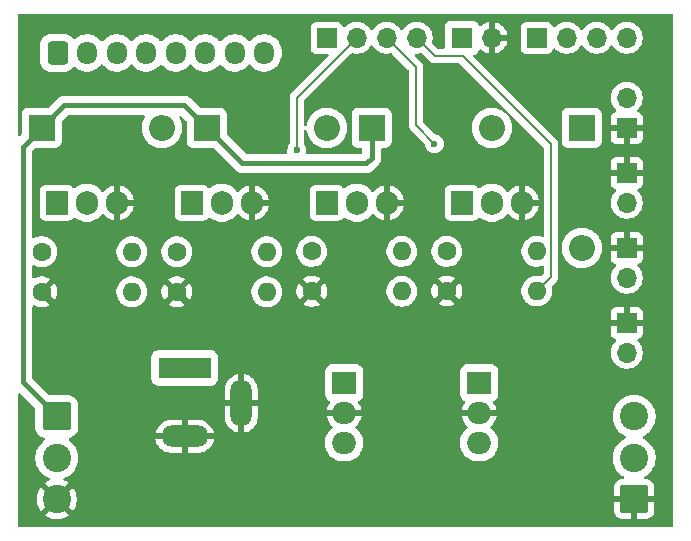
<source format=gbl>
G04 #@! TF.GenerationSoftware,KiCad,Pcbnew,9.0.0*
G04 #@! TF.CreationDate,2025-03-07T23:57:34+01:00*
G04 #@! TF.ProjectId,pcb,7063622e-6b69-4636-9164-5f7063625858,rev?*
G04 #@! TF.SameCoordinates,Original*
G04 #@! TF.FileFunction,Copper,L2,Bot*
G04 #@! TF.FilePolarity,Positive*
%FSLAX46Y46*%
G04 Gerber Fmt 4.6, Leading zero omitted, Abs format (unit mm)*
G04 Created by KiCad (PCBNEW 9.0.0) date 2025-03-07 23:57:34*
%MOMM*%
%LPD*%
G01*
G04 APERTURE LIST*
G04 Aperture macros list*
%AMRoundRect*
0 Rectangle with rounded corners*
0 $1 Rounding radius*
0 $2 $3 $4 $5 $6 $7 $8 $9 X,Y pos of 4 corners*
0 Add a 4 corners polygon primitive as box body*
4,1,4,$2,$3,$4,$5,$6,$7,$8,$9,$2,$3,0*
0 Add four circle primitives for the rounded corners*
1,1,$1+$1,$2,$3*
1,1,$1+$1,$4,$5*
1,1,$1+$1,$6,$7*
1,1,$1+$1,$8,$9*
0 Add four rect primitives between the rounded corners*
20,1,$1+$1,$2,$3,$4,$5,0*
20,1,$1+$1,$4,$5,$6,$7,0*
20,1,$1+$1,$6,$7,$8,$9,0*
20,1,$1+$1,$8,$9,$2,$3,0*%
G04 Aperture macros list end*
G04 #@! TA.AperFunction,ComponentPad*
%ADD10R,2.200000X2.200000*%
G04 #@! TD*
G04 #@! TA.AperFunction,ComponentPad*
%ADD11O,2.200000X2.200000*%
G04 #@! TD*
G04 #@! TA.AperFunction,ComponentPad*
%ADD12R,1.700000X1.700000*%
G04 #@! TD*
G04 #@! TA.AperFunction,ComponentPad*
%ADD13O,1.700000X1.700000*%
G04 #@! TD*
G04 #@! TA.AperFunction,ComponentPad*
%ADD14RoundRect,0.250000X-0.600000X-0.725000X0.600000X-0.725000X0.600000X0.725000X-0.600000X0.725000X0*%
G04 #@! TD*
G04 #@! TA.AperFunction,ComponentPad*
%ADD15O,1.700000X1.950000*%
G04 #@! TD*
G04 #@! TA.AperFunction,ComponentPad*
%ADD16R,2.000000X1.905000*%
G04 #@! TD*
G04 #@! TA.AperFunction,ComponentPad*
%ADD17O,2.000000X1.905000*%
G04 #@! TD*
G04 #@! TA.AperFunction,ComponentPad*
%ADD18O,1.905000X2.000000*%
G04 #@! TD*
G04 #@! TA.AperFunction,ComponentPad*
%ADD19R,1.905000X2.000000*%
G04 #@! TD*
G04 #@! TA.AperFunction,ComponentPad*
%ADD20C,1.600000*%
G04 #@! TD*
G04 #@! TA.AperFunction,ComponentPad*
%ADD21O,1.600000X1.600000*%
G04 #@! TD*
G04 #@! TA.AperFunction,ComponentPad*
%ADD22R,4.400000X1.800000*%
G04 #@! TD*
G04 #@! TA.AperFunction,ComponentPad*
%ADD23O,4.000000X1.800000*%
G04 #@! TD*
G04 #@! TA.AperFunction,ComponentPad*
%ADD24O,1.800000X4.000000*%
G04 #@! TD*
G04 #@! TA.AperFunction,ComponentPad*
%ADD25RoundRect,0.250001X-0.949999X0.949999X-0.949999X-0.949999X0.949999X-0.949999X0.949999X0.949999X0*%
G04 #@! TD*
G04 #@! TA.AperFunction,ComponentPad*
%ADD26C,2.400000*%
G04 #@! TD*
G04 #@! TA.AperFunction,ComponentPad*
%ADD27RoundRect,0.250001X0.949999X-0.949999X0.949999X0.949999X-0.949999X0.949999X-0.949999X-0.949999X0*%
G04 #@! TD*
G04 #@! TA.AperFunction,ViaPad*
%ADD28C,0.600000*%
G04 #@! TD*
G04 #@! TA.AperFunction,Conductor*
%ADD29C,0.406400*%
G04 #@! TD*
G04 #@! TA.AperFunction,Conductor*
%ADD30C,0.203200*%
G04 #@! TD*
G04 APERTURE END LIST*
D10*
X91440000Y-48260000D03*
D11*
X101600000Y-48260000D03*
D10*
X105410000Y-48260000D03*
D11*
X115570000Y-48260000D03*
D12*
X140970000Y-64770000D03*
D13*
X140970000Y-67310000D03*
D14*
X92790000Y-41910000D03*
D15*
X95290000Y-41910000D03*
X97790000Y-41910000D03*
X100290000Y-41910000D03*
X102790000Y-41910000D03*
X105290000Y-41910000D03*
X107790000Y-41910000D03*
X110290000Y-41910000D03*
D12*
X140970000Y-48260000D03*
D13*
X140970000Y-45720000D03*
D16*
X117035000Y-69850000D03*
D17*
X117035000Y-72390000D03*
X117035000Y-74930000D03*
D18*
X95250000Y-54610000D03*
D19*
X92710000Y-54610000D03*
D18*
X97790000Y-54610000D03*
D20*
X114300000Y-62103000D03*
D21*
X121920000Y-62103000D03*
D20*
X91440000Y-58745000D03*
D21*
X99060000Y-58745000D03*
D12*
X140970000Y-52070000D03*
D13*
X140970000Y-54610000D03*
D20*
X91440000Y-62145000D03*
D21*
X99060000Y-62145000D03*
D17*
X128465000Y-74930000D03*
X128465000Y-72390000D03*
D16*
X128465000Y-69850000D03*
D10*
X119380000Y-48260000D03*
D11*
X129540000Y-48260000D03*
D18*
X118110000Y-54610000D03*
D19*
X115570000Y-54610000D03*
D18*
X120650000Y-54610000D03*
X106680000Y-54610000D03*
D19*
X104140000Y-54610000D03*
D18*
X109220000Y-54610000D03*
D10*
X137160000Y-48260000D03*
D11*
X137160000Y-58420000D03*
D22*
X103540000Y-68580000D03*
D23*
X103540000Y-74380000D03*
D24*
X108340000Y-71580000D03*
D12*
X140970000Y-58420000D03*
D13*
X140970000Y-60960000D03*
D20*
X125730000Y-58724800D03*
D21*
X133350000Y-58724800D03*
D25*
X92710000Y-72700000D03*
D26*
X92710000Y-76200000D03*
X92710000Y-79700000D03*
D20*
X114300000Y-58724800D03*
D21*
X121920000Y-58724800D03*
D20*
X102870000Y-62145000D03*
D21*
X110490000Y-62145000D03*
D12*
X115570000Y-40640000D03*
D13*
X118110000Y-40640000D03*
X120650000Y-40640000D03*
X123190000Y-40640000D03*
D12*
X127000000Y-40640000D03*
D13*
X129540000Y-40640000D03*
D27*
X141605000Y-79700000D03*
D26*
X141605000Y-76200000D03*
X141605000Y-72700000D03*
D20*
X125730000Y-62077600D03*
D21*
X133350000Y-62077600D03*
D20*
X102870000Y-58745000D03*
D21*
X110490000Y-58745000D03*
D18*
X129540000Y-54610000D03*
D19*
X127000000Y-54610000D03*
D18*
X132080000Y-54610000D03*
D12*
X133350000Y-40640000D03*
D13*
X135890000Y-40640000D03*
X138430000Y-40640000D03*
X140970000Y-40640000D03*
D28*
X113030000Y-50165000D03*
X124689817Y-49598496D03*
D29*
X91440000Y-48260000D02*
X93353800Y-46346200D01*
X108428800Y-51278800D02*
X118901200Y-51278800D01*
X89826200Y-69816200D02*
X89826200Y-49873800D01*
X89826200Y-49873800D02*
X91440000Y-48260000D01*
X103496200Y-46346200D02*
X105410000Y-48260000D01*
X119380000Y-50800000D02*
X119380000Y-48260000D01*
X118901200Y-51278800D02*
X119380000Y-50800000D01*
X92710000Y-72700000D02*
X89826200Y-69816200D01*
X93353800Y-46346200D02*
X103496200Y-46346200D01*
X105410000Y-48260000D02*
X108428800Y-51278800D01*
D30*
X113030000Y-45720000D02*
X118110000Y-40640000D01*
X113030000Y-45720000D02*
X113030000Y-50165000D01*
X124689817Y-49598496D02*
X123127400Y-48036079D01*
X123127400Y-43117400D02*
X120650000Y-40640000D01*
X123127400Y-48036079D02*
X123127400Y-43117400D01*
X134557400Y-60870200D02*
X134557400Y-49653000D01*
X124752200Y-42202200D02*
X123190000Y-40640000D01*
X127106600Y-42202200D02*
X124752200Y-42202200D01*
X134557400Y-49653000D02*
X127106600Y-42202200D01*
X133350000Y-62077600D02*
X134557400Y-60870200D01*
G04 #@! TA.AperFunction,Conductor*
G36*
X144857539Y-38620185D02*
G01*
X144903294Y-38672989D01*
X144914500Y-38724500D01*
X144914500Y-81925500D01*
X144894815Y-81992539D01*
X144842011Y-82038294D01*
X144790500Y-82049500D01*
X89524500Y-82049500D01*
X89457461Y-82029815D01*
X89411706Y-81977011D01*
X89400500Y-81925500D01*
X89400500Y-70840042D01*
X89420185Y-70773003D01*
X89472989Y-70727248D01*
X89542147Y-70717304D01*
X89605703Y-70746329D01*
X89612181Y-70752361D01*
X90863581Y-72003761D01*
X90897066Y-72065084D01*
X90899900Y-72091442D01*
X90899900Y-73724796D01*
X90899901Y-73724801D01*
X90902747Y-73766793D01*
X90902747Y-73766795D01*
X90947898Y-73948352D01*
X91031019Y-74115949D01*
X91031021Y-74115952D01*
X91031022Y-74115953D01*
X91148231Y-74261769D01*
X91294047Y-74378978D01*
X91294048Y-74378978D01*
X91294050Y-74378980D01*
X91402287Y-74432661D01*
X91461649Y-74462102D01*
X91619658Y-74501396D01*
X91679964Y-74536678D01*
X91711623Y-74598964D01*
X91704582Y-74668478D01*
X91665218Y-74720106D01*
X91513956Y-74836175D01*
X91346175Y-75003956D01*
X91201730Y-75192198D01*
X91083088Y-75397692D01*
X91083084Y-75397701D01*
X90992285Y-75616909D01*
X90930870Y-75846112D01*
X90899900Y-76081359D01*
X90899900Y-76318640D01*
X90930870Y-76553887D01*
X90992285Y-76783090D01*
X91083084Y-77002298D01*
X91083088Y-77002307D01*
X91201730Y-77207801D01*
X91346175Y-77396043D01*
X91346183Y-77396052D01*
X91513948Y-77563817D01*
X91513956Y-77563824D01*
X91702198Y-77708269D01*
X91702201Y-77708270D01*
X91702204Y-77708273D01*
X91907695Y-77826913D01*
X91907700Y-77826915D01*
X91907706Y-77826918D01*
X92072130Y-77895024D01*
X92126534Y-77938865D01*
X92148599Y-78005159D01*
X92131320Y-78072858D01*
X92080183Y-78120469D01*
X92072132Y-78124145D01*
X91956505Y-78172041D01*
X91956479Y-78172054D01*
X91763519Y-78283457D01*
X91763506Y-78283467D01*
X91700796Y-78331584D01*
X91700796Y-78331585D01*
X92503402Y-79134191D01*
X92478409Y-79140889D01*
X92341592Y-79219881D01*
X92229881Y-79331592D01*
X92150889Y-79468409D01*
X92144191Y-79493402D01*
X91341585Y-78690796D01*
X91341584Y-78690796D01*
X91293467Y-78753506D01*
X91293457Y-78753519D01*
X91182054Y-78946479D01*
X91182045Y-78946497D01*
X91096763Y-79152381D01*
X91039088Y-79367632D01*
X91039085Y-79367645D01*
X91010000Y-79588575D01*
X91010000Y-79811424D01*
X91039085Y-80032354D01*
X91039088Y-80032367D01*
X91096763Y-80247618D01*
X91182045Y-80453502D01*
X91182054Y-80453520D01*
X91293462Y-80646488D01*
X91341585Y-80709202D01*
X92144191Y-79906596D01*
X92150889Y-79931591D01*
X92229881Y-80068408D01*
X92341592Y-80180119D01*
X92478409Y-80259111D01*
X92503401Y-80265807D01*
X91700796Y-81068412D01*
X91700796Y-81068414D01*
X91763504Y-81116533D01*
X91763508Y-81116535D01*
X91956479Y-81227945D01*
X91956497Y-81227954D01*
X92162381Y-81313236D01*
X92377632Y-81370911D01*
X92377645Y-81370914D01*
X92598575Y-81400000D01*
X92821425Y-81400000D01*
X93042354Y-81370914D01*
X93042367Y-81370911D01*
X93257618Y-81313236D01*
X93463502Y-81227954D01*
X93463514Y-81227949D01*
X93656492Y-81116533D01*
X93719202Y-81068413D01*
X93719202Y-81068412D01*
X92916598Y-80265807D01*
X92941591Y-80259111D01*
X93078408Y-80180119D01*
X93190119Y-80068408D01*
X93269111Y-79931591D01*
X93275807Y-79906597D01*
X94078412Y-80709202D01*
X94078413Y-80709202D01*
X94126533Y-80646492D01*
X94237949Y-80453514D01*
X94237954Y-80453502D01*
X94323236Y-80247618D01*
X94380911Y-80032367D01*
X94380914Y-80032354D01*
X94400122Y-79886453D01*
X94400122Y-79886452D01*
X94410000Y-79811423D01*
X94410000Y-79588575D01*
X94380914Y-79367645D01*
X94380911Y-79367632D01*
X94323236Y-79152381D01*
X94237954Y-78946497D01*
X94237945Y-78946479D01*
X94126535Y-78753508D01*
X94126533Y-78753504D01*
X94078414Y-78690796D01*
X94078412Y-78690796D01*
X93275807Y-79493401D01*
X93269111Y-79468409D01*
X93190119Y-79331592D01*
X93078408Y-79219881D01*
X92941591Y-79140889D01*
X92916597Y-79134191D01*
X93719202Y-78331585D01*
X93656488Y-78283462D01*
X93463520Y-78172054D01*
X93463494Y-78172041D01*
X93347867Y-78124145D01*
X93293464Y-78080304D01*
X93271400Y-78014009D01*
X93288680Y-77946310D01*
X93339818Y-77898700D01*
X93347862Y-77895026D01*
X93512305Y-77826913D01*
X93717796Y-77708273D01*
X93906043Y-77563825D01*
X93906047Y-77563820D01*
X93906052Y-77563817D01*
X94073817Y-77396052D01*
X94073820Y-77396047D01*
X94073825Y-77396043D01*
X94218273Y-77207796D01*
X94336913Y-77002305D01*
X94427716Y-76783086D01*
X94489129Y-76553891D01*
X94520100Y-76318640D01*
X94520100Y-76081360D01*
X94489129Y-75846109D01*
X94427716Y-75616914D01*
X94336913Y-75397695D01*
X94218273Y-75192204D01*
X94218270Y-75192201D01*
X94218269Y-75192198D01*
X94073824Y-75003956D01*
X94073817Y-75003948D01*
X93906052Y-74836183D01*
X93906043Y-74836175D01*
X93754781Y-74720106D01*
X93745756Y-74707746D01*
X93733239Y-74698941D01*
X93725571Y-74680103D01*
X93713578Y-74663678D01*
X93712668Y-74648400D01*
X93706899Y-74634227D01*
X93710633Y-74614235D01*
X93709424Y-74593932D01*
X93716918Y-74580587D01*
X93719728Y-74565545D01*
X93733677Y-74550745D01*
X93743637Y-74533012D01*
X93757876Y-74525072D01*
X93767652Y-74514702D01*
X93800337Y-74501397D01*
X93958351Y-74462102D01*
X94125953Y-74378978D01*
X94271769Y-74261769D01*
X94380902Y-74126000D01*
X101062779Y-74126000D01*
X102128314Y-74126000D01*
X102119920Y-74134394D01*
X102067259Y-74225606D01*
X102040000Y-74327339D01*
X102040000Y-74432661D01*
X102067259Y-74534394D01*
X102119920Y-74625606D01*
X102128314Y-74634000D01*
X101062779Y-74634000D01*
X101074473Y-74707835D01*
X101142567Y-74917410D01*
X101242613Y-75113760D01*
X101372142Y-75292041D01*
X101527958Y-75447857D01*
X101706239Y-75577386D01*
X101902589Y-75677432D01*
X102112164Y-75745526D01*
X102329819Y-75780000D01*
X103286000Y-75780000D01*
X103286000Y-74780000D01*
X103794000Y-74780000D01*
X103794000Y-75780000D01*
X104750181Y-75780000D01*
X104967835Y-75745526D01*
X105177410Y-75677432D01*
X105373760Y-75577386D01*
X105552041Y-75447857D01*
X105707857Y-75292041D01*
X105837386Y-75113760D01*
X105937432Y-74917410D01*
X105987333Y-74763831D01*
X106005526Y-74707835D01*
X106017221Y-74634000D01*
X104951686Y-74634000D01*
X104960080Y-74625606D01*
X105012741Y-74534394D01*
X105040000Y-74432661D01*
X105040000Y-74327339D01*
X105012741Y-74225606D01*
X104960080Y-74134394D01*
X104951686Y-74126000D01*
X106017221Y-74126000D01*
X106005526Y-74052164D01*
X105937432Y-73842589D01*
X105837386Y-73646239D01*
X105707857Y-73467958D01*
X105552041Y-73312142D01*
X105373760Y-73182613D01*
X105177410Y-73082567D01*
X104967835Y-73014473D01*
X104750181Y-72980000D01*
X103794000Y-72980000D01*
X103794000Y-73980000D01*
X103286000Y-73980000D01*
X103286000Y-72980000D01*
X102329819Y-72980000D01*
X102112164Y-73014473D01*
X101902589Y-73082567D01*
X101706239Y-73182613D01*
X101527958Y-73312142D01*
X101372142Y-73467958D01*
X101242613Y-73646239D01*
X101142567Y-73842589D01*
X101074473Y-74052164D01*
X101062779Y-74126000D01*
X94380902Y-74126000D01*
X94388978Y-74115953D01*
X94472102Y-73948351D01*
X94517252Y-73766797D01*
X94520100Y-73724797D01*
X94520099Y-71675204D01*
X94517252Y-71633203D01*
X94472102Y-71451649D01*
X94430056Y-71366872D01*
X94388980Y-71284050D01*
X94388978Y-71284047D01*
X94271769Y-71138231D01*
X94125953Y-71021022D01*
X94125952Y-71021021D01*
X94125949Y-71021019D01*
X93958352Y-70937898D01*
X93776800Y-70892748D01*
X93751597Y-70891039D01*
X93734797Y-70889900D01*
X93734795Y-70889900D01*
X92101442Y-70889900D01*
X92034403Y-70870215D01*
X92013761Y-70853581D01*
X91529998Y-70369818D01*
X106940000Y-70369818D01*
X106940000Y-71326000D01*
X107940000Y-71326000D01*
X107940000Y-71834000D01*
X106940000Y-71834000D01*
X106940000Y-72790181D01*
X106974473Y-73007835D01*
X107042567Y-73217410D01*
X107142613Y-73413760D01*
X107272142Y-73592041D01*
X107427958Y-73747857D01*
X107606239Y-73877386D01*
X107802589Y-73977432D01*
X108012164Y-74045526D01*
X108086000Y-74057221D01*
X108086000Y-72991686D01*
X108094394Y-73000080D01*
X108185606Y-73052741D01*
X108287339Y-73080000D01*
X108392661Y-73080000D01*
X108494394Y-73052741D01*
X108585606Y-73000080D01*
X108594000Y-72991686D01*
X108594000Y-74057220D01*
X108667835Y-74045526D01*
X108877410Y-73977432D01*
X109073760Y-73877386D01*
X109252041Y-73747857D01*
X109407857Y-73592041D01*
X109537386Y-73413760D01*
X109637432Y-73217410D01*
X109705526Y-73007835D01*
X109740000Y-72790181D01*
X109740000Y-71834000D01*
X108740000Y-71834000D01*
X108740000Y-71326000D01*
X109740000Y-71326000D01*
X109740000Y-70369818D01*
X109705526Y-70152164D01*
X109637432Y-69942589D01*
X109537386Y-69746239D01*
X109407857Y-69567958D01*
X109252041Y-69412142D01*
X109073760Y-69282613D01*
X108877407Y-69182566D01*
X108877409Y-69182566D01*
X108667832Y-69114472D01*
X108594000Y-69102778D01*
X108594000Y-70168314D01*
X108585606Y-70159920D01*
X108494394Y-70107259D01*
X108392661Y-70080000D01*
X108287339Y-70080000D01*
X108185606Y-70107259D01*
X108094394Y-70159920D01*
X108086000Y-70168314D01*
X108086000Y-69102778D01*
X108085999Y-69102778D01*
X108012167Y-69114472D01*
X107802591Y-69182566D01*
X107606239Y-69282613D01*
X107427958Y-69412142D01*
X107272142Y-69567958D01*
X107142613Y-69746239D01*
X107042567Y-69942589D01*
X106974473Y-70152164D01*
X106940000Y-70369818D01*
X91529998Y-70369818D01*
X90675819Y-69515639D01*
X90642334Y-69454316D01*
X90639500Y-69427958D01*
X90639500Y-67618381D01*
X100729900Y-67618381D01*
X100729900Y-69541601D01*
X100729901Y-69541623D01*
X100732622Y-69576200D01*
X100775626Y-69724221D01*
X100775627Y-69724224D01*
X100775628Y-69724226D01*
X100810729Y-69783579D01*
X100854093Y-69856904D01*
X100854099Y-69856912D01*
X100963087Y-69965900D01*
X100963091Y-69965903D01*
X100963093Y-69965905D01*
X101095774Y-70044372D01*
X101134810Y-70055713D01*
X101243796Y-70087377D01*
X101243799Y-70087377D01*
X101243801Y-70087378D01*
X101278387Y-70090100D01*
X105801612Y-70090099D01*
X105836199Y-70087378D01*
X105984226Y-70044372D01*
X106116907Y-69965905D01*
X106225905Y-69856907D01*
X106304372Y-69724226D01*
X106347378Y-69576199D01*
X106350100Y-69541613D01*
X106350099Y-68835881D01*
X115424900Y-68835881D01*
X115424900Y-70864101D01*
X115424901Y-70864123D01*
X115427622Y-70898700D01*
X115470626Y-71046721D01*
X115470627Y-71046724D01*
X115549093Y-71179404D01*
X115549099Y-71179412D01*
X115658087Y-71288400D01*
X115658096Y-71288407D01*
X115774676Y-71357352D01*
X115822359Y-71408421D01*
X115834863Y-71477163D01*
X115811874Y-71536969D01*
X115745210Y-71628724D01*
X115641417Y-71832431D01*
X115570765Y-72049875D01*
X115557124Y-72135999D01*
X115557124Y-72136000D01*
X116546562Y-72136000D01*
X116522482Y-72177708D01*
X116485000Y-72317591D01*
X116485000Y-72462409D01*
X116522482Y-72602292D01*
X116546562Y-72644000D01*
X115557124Y-72644000D01*
X115570765Y-72730124D01*
X115641417Y-72947568D01*
X115745211Y-73151276D01*
X115879597Y-73336242D01*
X116044705Y-73501350D01*
X116043821Y-73502233D01*
X116078851Y-73555903D01*
X116079345Y-73625771D01*
X116041988Y-73684815D01*
X116033009Y-73691997D01*
X115969540Y-73738109D01*
X115969535Y-73738113D01*
X115795609Y-73912039D01*
X115651047Y-74111015D01*
X115539383Y-74330167D01*
X115463375Y-74564093D01*
X115424900Y-74807015D01*
X115424900Y-75052984D01*
X115462763Y-75292041D01*
X115463376Y-75295910D01*
X115496450Y-75397701D01*
X115539383Y-75529832D01*
X115651047Y-75748984D01*
X115795609Y-75947960D01*
X115969539Y-76121890D01*
X116155734Y-76257166D01*
X116168519Y-76266455D01*
X116387670Y-76378118D01*
X116621590Y-76454124D01*
X116712689Y-76468552D01*
X116864516Y-76492600D01*
X116864521Y-76492600D01*
X117205484Y-76492600D01*
X117340440Y-76471224D01*
X117448410Y-76454124D01*
X117682330Y-76378118D01*
X117901481Y-76266455D01*
X118013201Y-76185285D01*
X118100460Y-76121890D01*
X118100462Y-76121887D01*
X118100466Y-76121885D01*
X118274385Y-75947966D01*
X118274387Y-75947962D01*
X118274390Y-75947960D01*
X118348388Y-75846109D01*
X118418955Y-75748981D01*
X118530618Y-75529830D01*
X118606624Y-75295910D01*
X118623724Y-75187940D01*
X118645100Y-75052984D01*
X118645100Y-74807015D01*
X118617732Y-74634227D01*
X118606624Y-74564090D01*
X118530618Y-74330170D01*
X118418955Y-74111019D01*
X118343570Y-74007259D01*
X118274390Y-73912039D01*
X118100462Y-73738111D01*
X118036991Y-73691998D01*
X117994324Y-73636668D01*
X117988345Y-73567055D01*
X118020950Y-73505260D01*
X118027938Y-73498706D01*
X118190402Y-73336242D01*
X118324788Y-73151276D01*
X118428582Y-72947568D01*
X118499234Y-72730124D01*
X118512875Y-72644000D01*
X117523438Y-72644000D01*
X117547518Y-72602292D01*
X117585000Y-72462409D01*
X117585000Y-72317591D01*
X117547518Y-72177708D01*
X117523438Y-72136000D01*
X118512876Y-72136000D01*
X118512875Y-72135999D01*
X118499234Y-72049875D01*
X118428582Y-71832431D01*
X118324788Y-71628723D01*
X118258125Y-71536970D01*
X118234645Y-71471164D01*
X118250470Y-71403110D01*
X118295319Y-71357354D01*
X118411907Y-71288405D01*
X118520905Y-71179407D01*
X118599372Y-71046726D01*
X118642378Y-70898699D01*
X118645100Y-70864113D01*
X118645099Y-68835888D01*
X118645098Y-68835881D01*
X126854900Y-68835881D01*
X126854900Y-70864101D01*
X126854901Y-70864123D01*
X126857622Y-70898700D01*
X126900626Y-71046721D01*
X126900627Y-71046724D01*
X126979093Y-71179404D01*
X126979099Y-71179412D01*
X127088087Y-71288400D01*
X127088096Y-71288407D01*
X127204676Y-71357352D01*
X127252359Y-71408421D01*
X127264863Y-71477163D01*
X127241874Y-71536969D01*
X127175210Y-71628724D01*
X127071417Y-71832431D01*
X127000765Y-72049875D01*
X126987124Y-72135999D01*
X126987124Y-72136000D01*
X127976562Y-72136000D01*
X127952482Y-72177708D01*
X127915000Y-72317591D01*
X127915000Y-72462409D01*
X127952482Y-72602292D01*
X127976562Y-72644000D01*
X126987124Y-72644000D01*
X127000765Y-72730124D01*
X127071417Y-72947568D01*
X127175211Y-73151276D01*
X127309597Y-73336242D01*
X127474705Y-73501350D01*
X127473821Y-73502233D01*
X127508851Y-73555903D01*
X127509345Y-73625771D01*
X127471988Y-73684815D01*
X127463009Y-73691997D01*
X127399540Y-73738109D01*
X127399535Y-73738113D01*
X127225609Y-73912039D01*
X127081047Y-74111015D01*
X126969383Y-74330167D01*
X126893375Y-74564093D01*
X126854900Y-74807015D01*
X126854900Y-75052984D01*
X126892763Y-75292041D01*
X126893376Y-75295910D01*
X126926450Y-75397701D01*
X126969383Y-75529832D01*
X127081047Y-75748984D01*
X127225609Y-75947960D01*
X127399539Y-76121890D01*
X127585734Y-76257166D01*
X127598519Y-76266455D01*
X127817670Y-76378118D01*
X128051590Y-76454124D01*
X128142689Y-76468552D01*
X128294516Y-76492600D01*
X128294521Y-76492600D01*
X128635484Y-76492600D01*
X128770440Y-76471224D01*
X128878410Y-76454124D01*
X129112330Y-76378118D01*
X129331481Y-76266455D01*
X129443201Y-76185285D01*
X129530460Y-76121890D01*
X129530462Y-76121887D01*
X129530466Y-76121885D01*
X129704385Y-75947966D01*
X129704387Y-75947962D01*
X129704390Y-75947960D01*
X129778388Y-75846109D01*
X129848955Y-75748981D01*
X129960618Y-75529830D01*
X130036624Y-75295910D01*
X130053724Y-75187940D01*
X130075100Y-75052984D01*
X130075100Y-74807015D01*
X130047732Y-74634227D01*
X130036624Y-74564090D01*
X129960618Y-74330170D01*
X129848955Y-74111019D01*
X129773570Y-74007259D01*
X129704390Y-73912039D01*
X129530462Y-73738111D01*
X129466991Y-73691998D01*
X129424324Y-73636668D01*
X129418345Y-73567055D01*
X129450950Y-73505260D01*
X129457938Y-73498706D01*
X129620402Y-73336242D01*
X129754788Y-73151276D01*
X129858582Y-72947568D01*
X129929234Y-72730124D01*
X129942876Y-72644000D01*
X128953438Y-72644000D01*
X128977518Y-72602292D01*
X128983127Y-72581359D01*
X139794900Y-72581359D01*
X139794900Y-72818640D01*
X139825870Y-73053887D01*
X139887285Y-73283090D01*
X139976596Y-73498706D01*
X139978087Y-73502305D01*
X140087605Y-73691997D01*
X140096730Y-73707801D01*
X140241175Y-73896043D01*
X140241183Y-73896052D01*
X140408948Y-74063817D01*
X140408956Y-74063824D01*
X140597198Y-74208269D01*
X140597201Y-74208270D01*
X140597204Y-74208273D01*
X140802695Y-74326913D01*
X140802705Y-74326917D01*
X140802709Y-74326919D01*
X140823278Y-74335440D01*
X140877681Y-74379281D01*
X140899745Y-74445576D01*
X140882465Y-74513275D01*
X140831327Y-74560885D01*
X140823278Y-74564560D01*
X140802709Y-74573080D01*
X140802692Y-74573088D01*
X140597198Y-74691730D01*
X140408956Y-74836175D01*
X140241175Y-75003956D01*
X140096730Y-75192198D01*
X139978088Y-75397692D01*
X139978084Y-75397701D01*
X139887285Y-75616909D01*
X139825870Y-75846112D01*
X139794900Y-76081359D01*
X139794900Y-76318640D01*
X139825870Y-76553887D01*
X139887285Y-76783090D01*
X139978084Y-77002298D01*
X139978088Y-77002307D01*
X140096730Y-77207801D01*
X140241175Y-77396043D01*
X140241183Y-77396052D01*
X140408948Y-77563817D01*
X140408956Y-77563824D01*
X140597198Y-77708269D01*
X140597201Y-77708270D01*
X140597204Y-77708273D01*
X140701717Y-77768614D01*
X140749933Y-77819180D01*
X140763156Y-77887787D01*
X140737188Y-77952652D01*
X140680273Y-77993180D01*
X140639717Y-78000000D01*
X140605014Y-78000000D01*
X140502310Y-78010493D01*
X140502303Y-78010494D01*
X140335881Y-78065641D01*
X140335876Y-78065643D01*
X140186655Y-78157684D01*
X140062684Y-78281655D01*
X139970643Y-78430876D01*
X139970641Y-78430881D01*
X139915494Y-78597303D01*
X139915493Y-78597310D01*
X139905000Y-78700014D01*
X139905000Y-79446000D01*
X141058827Y-79446000D01*
X141045889Y-79468409D01*
X141005000Y-79621009D01*
X141005000Y-79778991D01*
X141045889Y-79931591D01*
X141058827Y-79954000D01*
X139905000Y-79954000D01*
X139905000Y-80699985D01*
X139915493Y-80802689D01*
X139915494Y-80802696D01*
X139970641Y-80969118D01*
X139970643Y-80969123D01*
X140062684Y-81118344D01*
X140186655Y-81242315D01*
X140335876Y-81334356D01*
X140335881Y-81334358D01*
X140502303Y-81389505D01*
X140502310Y-81389506D01*
X140605014Y-81399999D01*
X140605027Y-81400000D01*
X141351000Y-81400000D01*
X141351000Y-80246173D01*
X141373409Y-80259111D01*
X141526009Y-80300000D01*
X141683991Y-80300000D01*
X141836591Y-80259111D01*
X141859000Y-80246173D01*
X141859000Y-81400000D01*
X142604973Y-81400000D01*
X142604985Y-81399999D01*
X142707689Y-81389506D01*
X142707696Y-81389505D01*
X142874118Y-81334358D01*
X142874123Y-81334356D01*
X143023344Y-81242315D01*
X143147315Y-81118344D01*
X143239356Y-80969123D01*
X143239358Y-80969118D01*
X143294505Y-80802696D01*
X143294506Y-80802689D01*
X143304999Y-80699985D01*
X143305000Y-80699972D01*
X143305000Y-79954000D01*
X142151173Y-79954000D01*
X142164111Y-79931591D01*
X142205000Y-79778991D01*
X142205000Y-79621009D01*
X142164111Y-79468409D01*
X142151173Y-79446000D01*
X143305000Y-79446000D01*
X143305000Y-78700027D01*
X143304999Y-78700014D01*
X143294506Y-78597310D01*
X143294505Y-78597303D01*
X143239358Y-78430881D01*
X143239356Y-78430876D01*
X143147315Y-78281655D01*
X143023344Y-78157684D01*
X142874123Y-78065643D01*
X142874118Y-78065641D01*
X142707696Y-78010494D01*
X142707689Y-78010493D01*
X142604985Y-78000000D01*
X142570283Y-78000000D01*
X142503244Y-77980315D01*
X142457489Y-77927511D01*
X142447545Y-77858353D01*
X142476570Y-77794797D01*
X142508281Y-77768614D01*
X142612796Y-77708273D01*
X142801043Y-77563825D01*
X142801047Y-77563820D01*
X142801052Y-77563817D01*
X142968817Y-77396052D01*
X142968820Y-77396047D01*
X142968825Y-77396043D01*
X143113273Y-77207796D01*
X143231913Y-77002305D01*
X143322716Y-76783086D01*
X143384129Y-76553891D01*
X143415100Y-76318640D01*
X143415100Y-76081360D01*
X143384129Y-75846109D01*
X143322716Y-75616914D01*
X143231913Y-75397695D01*
X143113273Y-75192204D01*
X143113270Y-75192201D01*
X143113269Y-75192198D01*
X142968824Y-75003956D01*
X142968817Y-75003948D01*
X142801052Y-74836183D01*
X142801043Y-74836175D01*
X142612801Y-74691730D01*
X142592662Y-74680103D01*
X142478576Y-74614235D01*
X142407307Y-74573088D01*
X142407298Y-74573084D01*
X142386722Y-74564561D01*
X142332319Y-74520720D01*
X142310254Y-74454426D01*
X142327533Y-74386727D01*
X142378670Y-74339116D01*
X142386722Y-74335439D01*
X142391706Y-74333373D01*
X142407305Y-74326913D01*
X142612796Y-74208273D01*
X142801043Y-74063825D01*
X142801047Y-74063820D01*
X142801052Y-74063817D01*
X142968817Y-73896052D01*
X142968820Y-73896047D01*
X142968825Y-73896043D01*
X143113273Y-73707796D01*
X143231913Y-73502305D01*
X143322716Y-73283086D01*
X143384129Y-73053891D01*
X143415100Y-72818640D01*
X143415100Y-72581360D01*
X143384129Y-72346109D01*
X143322716Y-72116914D01*
X143231913Y-71897695D01*
X143113273Y-71692204D01*
X143113270Y-71692201D01*
X143113269Y-71692198D01*
X142968824Y-71503956D01*
X142968817Y-71503948D01*
X142801052Y-71336183D01*
X142801043Y-71336175D01*
X142612801Y-71191730D01*
X142407307Y-71073088D01*
X142407298Y-71073084D01*
X142188090Y-70982285D01*
X141958887Y-70920870D01*
X141723641Y-70889900D01*
X141723640Y-70889900D01*
X141486360Y-70889900D01*
X141486359Y-70889900D01*
X141251112Y-70920870D01*
X141021909Y-70982285D01*
X140802701Y-71073084D01*
X140802692Y-71073088D01*
X140597198Y-71191730D01*
X140408956Y-71336175D01*
X140241175Y-71503956D01*
X140096730Y-71692198D01*
X139978088Y-71897692D01*
X139978084Y-71897701D01*
X139887285Y-72116909D01*
X139825870Y-72346112D01*
X139794900Y-72581359D01*
X128983127Y-72581359D01*
X129015000Y-72462409D01*
X129015000Y-72317591D01*
X128977518Y-72177708D01*
X128953438Y-72136000D01*
X129942876Y-72136000D01*
X129942875Y-72135999D01*
X129929234Y-72049875D01*
X129858582Y-71832431D01*
X129754788Y-71628723D01*
X129688125Y-71536970D01*
X129664645Y-71471164D01*
X129680470Y-71403110D01*
X129725319Y-71357354D01*
X129841907Y-71288405D01*
X129950905Y-71179407D01*
X130029372Y-71046726D01*
X130072378Y-70898699D01*
X130075100Y-70864113D01*
X130075099Y-68835888D01*
X130072378Y-68801301D01*
X130029372Y-68653274D01*
X129950905Y-68520593D01*
X129950903Y-68520591D01*
X129950900Y-68520587D01*
X129841912Y-68411599D01*
X129841904Y-68411593D01*
X129709224Y-68333127D01*
X129709221Y-68333126D01*
X129561203Y-68290122D01*
X129561197Y-68290121D01*
X129529566Y-68287632D01*
X129526613Y-68287400D01*
X129526612Y-68287400D01*
X127403398Y-68287400D01*
X127403376Y-68287401D01*
X127368799Y-68290122D01*
X127220778Y-68333126D01*
X127220775Y-68333127D01*
X127088095Y-68411593D01*
X127088087Y-68411599D01*
X126979099Y-68520587D01*
X126979093Y-68520595D01*
X126900627Y-68653275D01*
X126900626Y-68653278D01*
X126857622Y-68801296D01*
X126857621Y-68801302D01*
X126854900Y-68835881D01*
X118645098Y-68835881D01*
X118644866Y-68832933D01*
X118642378Y-68801301D01*
X118599372Y-68653274D01*
X118520905Y-68520593D01*
X118520903Y-68520591D01*
X118520900Y-68520587D01*
X118411912Y-68411599D01*
X118411904Y-68411593D01*
X118279224Y-68333127D01*
X118279221Y-68333126D01*
X118131203Y-68290122D01*
X118131197Y-68290121D01*
X118099566Y-68287632D01*
X118096613Y-68287400D01*
X118096612Y-68287400D01*
X115973398Y-68287400D01*
X115973376Y-68287401D01*
X115938799Y-68290122D01*
X115790778Y-68333126D01*
X115790775Y-68333127D01*
X115658095Y-68411593D01*
X115658087Y-68411599D01*
X115549099Y-68520587D01*
X115549093Y-68520595D01*
X115470627Y-68653275D01*
X115470626Y-68653278D01*
X115427622Y-68801296D01*
X115427621Y-68801302D01*
X115424900Y-68835881D01*
X106350099Y-68835881D01*
X106350099Y-68561557D01*
X106350099Y-67618398D01*
X106350098Y-67618376D01*
X106347378Y-67583801D01*
X106304372Y-67435774D01*
X106225905Y-67303093D01*
X106225903Y-67303091D01*
X106225900Y-67303087D01*
X106126526Y-67203713D01*
X139619500Y-67203713D01*
X139619500Y-67416287D01*
X139622587Y-67435775D01*
X139652753Y-67626239D01*
X139718444Y-67828414D01*
X139814951Y-68017820D01*
X139939890Y-68189786D01*
X140090213Y-68340109D01*
X140262179Y-68465048D01*
X140262181Y-68465049D01*
X140262184Y-68465051D01*
X140451588Y-68561557D01*
X140653757Y-68627246D01*
X140863713Y-68660500D01*
X140863714Y-68660500D01*
X141076286Y-68660500D01*
X141076287Y-68660500D01*
X141286243Y-68627246D01*
X141488412Y-68561557D01*
X141677816Y-68465051D01*
X141751387Y-68411599D01*
X141849786Y-68340109D01*
X141849788Y-68340106D01*
X141849792Y-68340104D01*
X142000104Y-68189792D01*
X142000106Y-68189788D01*
X142000109Y-68189786D01*
X142125048Y-68017820D01*
X142125047Y-68017820D01*
X142125051Y-68017816D01*
X142221557Y-67828412D01*
X142287246Y-67626243D01*
X142320500Y-67416287D01*
X142320500Y-67203713D01*
X142287246Y-66993757D01*
X142221557Y-66791588D01*
X142125051Y-66602184D01*
X142125049Y-66602181D01*
X142125048Y-66602179D01*
X142000109Y-66430213D01*
X141886181Y-66316285D01*
X141852696Y-66254962D01*
X141857680Y-66185270D01*
X141899552Y-66129337D01*
X141930529Y-66112422D01*
X142062086Y-66063354D01*
X142062093Y-66063350D01*
X142177187Y-65977190D01*
X142177190Y-65977187D01*
X142263350Y-65862093D01*
X142263354Y-65862086D01*
X142313596Y-65727379D01*
X142313598Y-65727372D01*
X142319999Y-65667844D01*
X142320000Y-65667827D01*
X142320000Y-65024000D01*
X141400703Y-65024000D01*
X141435925Y-64962993D01*
X141470000Y-64835826D01*
X141470000Y-64704174D01*
X141435925Y-64577007D01*
X141400703Y-64516000D01*
X142320000Y-64516000D01*
X142320000Y-63872172D01*
X142319999Y-63872155D01*
X142313598Y-63812627D01*
X142313596Y-63812620D01*
X142263354Y-63677913D01*
X142263350Y-63677906D01*
X142177190Y-63562812D01*
X142177187Y-63562809D01*
X142062093Y-63476649D01*
X142062086Y-63476645D01*
X141927379Y-63426403D01*
X141927372Y-63426401D01*
X141867844Y-63420000D01*
X141224000Y-63420000D01*
X141224000Y-64339297D01*
X141162993Y-64304075D01*
X141035826Y-64270000D01*
X140904174Y-64270000D01*
X140777007Y-64304075D01*
X140716000Y-64339297D01*
X140716000Y-63420000D01*
X140072155Y-63420000D01*
X140012627Y-63426401D01*
X140012620Y-63426403D01*
X139877913Y-63476645D01*
X139877906Y-63476649D01*
X139762812Y-63562809D01*
X139762809Y-63562812D01*
X139676649Y-63677906D01*
X139676645Y-63677913D01*
X139626403Y-63812620D01*
X139626401Y-63812627D01*
X139620000Y-63872155D01*
X139620000Y-64516000D01*
X140539297Y-64516000D01*
X140504075Y-64577007D01*
X140470000Y-64704174D01*
X140470000Y-64835826D01*
X140504075Y-64962993D01*
X140539297Y-65024000D01*
X139620000Y-65024000D01*
X139620000Y-65667844D01*
X139626401Y-65727372D01*
X139626403Y-65727379D01*
X139676645Y-65862086D01*
X139676649Y-65862093D01*
X139762809Y-65977187D01*
X139762812Y-65977190D01*
X139877906Y-66063350D01*
X139877913Y-66063354D01*
X140009470Y-66112422D01*
X140065404Y-66154293D01*
X140089821Y-66219758D01*
X140074969Y-66288031D01*
X140053819Y-66316285D01*
X139939889Y-66430215D01*
X139814951Y-66602179D01*
X139718444Y-66791585D01*
X139652753Y-66993760D01*
X139633451Y-67115628D01*
X139619500Y-67203713D01*
X106126526Y-67203713D01*
X106116912Y-67194099D01*
X106116904Y-67194093D01*
X105984224Y-67115627D01*
X105984221Y-67115626D01*
X105836203Y-67072622D01*
X105836197Y-67072621D01*
X105807055Y-67070328D01*
X105801613Y-67069900D01*
X105801611Y-67069900D01*
X101278398Y-67069900D01*
X101278376Y-67069901D01*
X101243799Y-67072622D01*
X101095778Y-67115626D01*
X101095775Y-67115627D01*
X100963095Y-67194093D01*
X100963087Y-67194099D01*
X100854099Y-67303087D01*
X100854093Y-67303095D01*
X100775627Y-67435775D01*
X100775626Y-67435778D01*
X100732622Y-67583796D01*
X100732621Y-67583802D01*
X100729900Y-67618381D01*
X90639500Y-67618381D01*
X90639500Y-63398499D01*
X90659185Y-63331460D01*
X90711989Y-63285705D01*
X90781147Y-63275761D01*
X90819795Y-63288014D01*
X90940968Y-63349755D01*
X91135582Y-63412990D01*
X91337683Y-63445000D01*
X91542317Y-63445000D01*
X91744417Y-63412990D01*
X91939031Y-63349755D01*
X92121344Y-63256862D01*
X92162644Y-63226854D01*
X91480790Y-62545000D01*
X91492661Y-62545000D01*
X91594394Y-62517741D01*
X91685606Y-62465080D01*
X91760080Y-62390606D01*
X91812741Y-62299394D01*
X91840000Y-62197661D01*
X91840000Y-62185790D01*
X92521854Y-62867644D01*
X92551862Y-62826344D01*
X92644755Y-62644031D01*
X92707990Y-62449417D01*
X92740000Y-62247317D01*
X92740000Y-62042682D01*
X92739995Y-62042648D01*
X97759500Y-62042648D01*
X97759500Y-62247351D01*
X97791522Y-62449534D01*
X97854781Y-62644223D01*
X97913235Y-62758944D01*
X97947577Y-62826344D01*
X97947715Y-62826613D01*
X98068028Y-62992213D01*
X98212786Y-63136971D01*
X98367749Y-63249556D01*
X98378390Y-63257287D01*
X98494607Y-63316503D01*
X98560776Y-63350218D01*
X98560778Y-63350218D01*
X98560781Y-63350220D01*
X98645048Y-63377600D01*
X98755465Y-63413477D01*
X98837076Y-63426403D01*
X98957648Y-63445500D01*
X98957649Y-63445500D01*
X99162351Y-63445500D01*
X99162352Y-63445500D01*
X99364534Y-63413477D01*
X99559219Y-63350220D01*
X99741610Y-63257287D01*
X99841306Y-63184854D01*
X99907213Y-63136971D01*
X99907215Y-63136968D01*
X99907219Y-63136966D01*
X100051966Y-62992219D01*
X100051968Y-62992215D01*
X100051971Y-62992213D01*
X100104732Y-62919590D01*
X100172287Y-62826610D01*
X100265220Y-62644219D01*
X100328477Y-62449534D01*
X100360500Y-62247352D01*
X100360500Y-62042682D01*
X101570000Y-62042682D01*
X101570000Y-62247317D01*
X101602009Y-62449417D01*
X101665244Y-62644031D01*
X101758140Y-62826349D01*
X101788144Y-62867644D01*
X101788145Y-62867645D01*
X102470000Y-62185790D01*
X102470000Y-62197661D01*
X102497259Y-62299394D01*
X102549920Y-62390606D01*
X102624394Y-62465080D01*
X102715606Y-62517741D01*
X102817339Y-62545000D01*
X102829210Y-62545000D01*
X102147354Y-63226854D01*
X102147354Y-63226855D01*
X102188650Y-63256859D01*
X102370968Y-63349755D01*
X102565582Y-63412990D01*
X102767683Y-63445000D01*
X102972317Y-63445000D01*
X103174417Y-63412990D01*
X103369031Y-63349755D01*
X103551344Y-63256862D01*
X103592644Y-63226854D01*
X102910790Y-62545000D01*
X102922661Y-62545000D01*
X103024394Y-62517741D01*
X103115606Y-62465080D01*
X103190080Y-62390606D01*
X103242741Y-62299394D01*
X103270000Y-62197661D01*
X103270000Y-62185790D01*
X103951854Y-62867644D01*
X103981862Y-62826344D01*
X104074755Y-62644031D01*
X104137990Y-62449417D01*
X104170000Y-62247317D01*
X104170000Y-62042682D01*
X104169995Y-62042648D01*
X109189500Y-62042648D01*
X109189500Y-62247351D01*
X109221522Y-62449534D01*
X109284781Y-62644223D01*
X109343235Y-62758944D01*
X109377577Y-62826344D01*
X109377715Y-62826613D01*
X109498028Y-62992213D01*
X109642786Y-63136971D01*
X109797749Y-63249556D01*
X109808390Y-63257287D01*
X109924607Y-63316503D01*
X109990776Y-63350218D01*
X109990778Y-63350218D01*
X109990781Y-63350220D01*
X110075048Y-63377600D01*
X110185465Y-63413477D01*
X110267076Y-63426403D01*
X110387648Y-63445500D01*
X110387649Y-63445500D01*
X110592351Y-63445500D01*
X110592352Y-63445500D01*
X110794534Y-63413477D01*
X110989219Y-63350220D01*
X111171610Y-63257287D01*
X111271306Y-63184854D01*
X111337213Y-63136971D01*
X111337215Y-63136968D01*
X111337219Y-63136966D01*
X111481966Y-62992219D01*
X111481968Y-62992215D01*
X111481971Y-62992213D01*
X111534732Y-62919590D01*
X111602287Y-62826610D01*
X111695220Y-62644219D01*
X111758477Y-62449534D01*
X111790500Y-62247352D01*
X111790500Y-62042648D01*
X111783853Y-62000682D01*
X113000000Y-62000682D01*
X113000000Y-62205317D01*
X113032009Y-62407417D01*
X113095244Y-62602031D01*
X113188140Y-62784349D01*
X113218144Y-62825644D01*
X113218145Y-62825645D01*
X113900000Y-62143790D01*
X113900000Y-62155661D01*
X113927259Y-62257394D01*
X113979920Y-62348606D01*
X114054394Y-62423080D01*
X114145606Y-62475741D01*
X114247339Y-62503000D01*
X114259210Y-62503000D01*
X113577354Y-63184854D01*
X113577354Y-63184855D01*
X113618650Y-63214859D01*
X113800968Y-63307755D01*
X113995582Y-63370990D01*
X114197683Y-63403000D01*
X114402317Y-63403000D01*
X114604417Y-63370990D01*
X114799031Y-63307755D01*
X114981344Y-63214862D01*
X115022644Y-63184854D01*
X114340790Y-62503000D01*
X114352661Y-62503000D01*
X114454394Y-62475741D01*
X114545606Y-62423080D01*
X114620080Y-62348606D01*
X114672741Y-62257394D01*
X114700000Y-62155661D01*
X114700000Y-62143790D01*
X115381854Y-62825644D01*
X115411862Y-62784344D01*
X115504755Y-62602031D01*
X115567990Y-62407417D01*
X115600000Y-62205317D01*
X115600000Y-62000682D01*
X115599995Y-62000648D01*
X120619500Y-62000648D01*
X120619500Y-62205352D01*
X120620483Y-62211557D01*
X120651522Y-62407534D01*
X120714781Y-62602223D01*
X120778691Y-62727653D01*
X120807577Y-62784344D01*
X120807715Y-62784613D01*
X120928028Y-62950213D01*
X121072786Y-63094971D01*
X121227749Y-63207556D01*
X121238390Y-63215287D01*
X121320814Y-63257284D01*
X121420776Y-63308218D01*
X121420778Y-63308218D01*
X121420781Y-63308220D01*
X121525137Y-63342127D01*
X121615465Y-63371477D01*
X121654124Y-63377600D01*
X121817648Y-63403500D01*
X121817649Y-63403500D01*
X122022351Y-63403500D01*
X122022352Y-63403500D01*
X122224534Y-63371477D01*
X122419219Y-63308220D01*
X122601610Y-63215287D01*
X122709409Y-63136967D01*
X122767213Y-63094971D01*
X122767215Y-63094968D01*
X122767219Y-63094966D01*
X122911966Y-62950219D01*
X122911968Y-62950215D01*
X122911971Y-62950213D01*
X123001962Y-62826349D01*
X123032287Y-62784610D01*
X123125220Y-62602219D01*
X123188477Y-62407534D01*
X123220500Y-62205352D01*
X123220500Y-62000648D01*
X123218909Y-61990606D01*
X123218784Y-61989813D01*
X123216482Y-61975282D01*
X124430000Y-61975282D01*
X124430000Y-62179917D01*
X124462009Y-62382017D01*
X124525244Y-62576631D01*
X124618140Y-62758949D01*
X124648144Y-62800244D01*
X124648145Y-62800245D01*
X125330000Y-62118390D01*
X125330000Y-62130261D01*
X125357259Y-62231994D01*
X125409920Y-62323206D01*
X125484394Y-62397680D01*
X125575606Y-62450341D01*
X125677339Y-62477600D01*
X125689210Y-62477600D01*
X125007354Y-63159454D01*
X125007354Y-63159455D01*
X125048650Y-63189459D01*
X125230968Y-63282355D01*
X125425582Y-63345590D01*
X125627683Y-63377600D01*
X125832317Y-63377600D01*
X126034417Y-63345590D01*
X126229031Y-63282355D01*
X126411344Y-63189462D01*
X126452644Y-63159454D01*
X125770790Y-62477600D01*
X125782661Y-62477600D01*
X125884394Y-62450341D01*
X125975606Y-62397680D01*
X126050080Y-62323206D01*
X126102741Y-62231994D01*
X126130000Y-62130261D01*
X126130000Y-62118390D01*
X126811854Y-62800244D01*
X126841862Y-62758944D01*
X126934755Y-62576631D01*
X126997990Y-62382017D01*
X127030000Y-62179917D01*
X127030000Y-61975282D01*
X126997990Y-61773182D01*
X126934755Y-61578568D01*
X126841859Y-61396250D01*
X126811854Y-61354954D01*
X126130000Y-62036808D01*
X126130000Y-62024939D01*
X126102741Y-61923206D01*
X126050080Y-61831994D01*
X125975606Y-61757520D01*
X125884394Y-61704859D01*
X125782661Y-61677600D01*
X125770791Y-61677600D01*
X126452645Y-60995745D01*
X126452644Y-60995744D01*
X126411349Y-60965740D01*
X126229031Y-60872844D01*
X126034417Y-60809609D01*
X125832317Y-60777600D01*
X125627683Y-60777600D01*
X125425582Y-60809609D01*
X125230968Y-60872844D01*
X125048646Y-60965742D01*
X125007354Y-60995743D01*
X125007353Y-60995744D01*
X125689210Y-61677600D01*
X125677339Y-61677600D01*
X125575606Y-61704859D01*
X125484394Y-61757520D01*
X125409920Y-61831994D01*
X125357259Y-61923206D01*
X125330000Y-62024939D01*
X125330000Y-62036809D01*
X124648144Y-61354953D01*
X124648143Y-61354954D01*
X124618142Y-61396246D01*
X124525244Y-61578568D01*
X124462009Y-61773182D01*
X124430000Y-61975282D01*
X123216482Y-61975282D01*
X123188477Y-61798465D01*
X123149205Y-61677600D01*
X123125220Y-61603781D01*
X123125218Y-61603778D01*
X123125218Y-61603776D01*
X123061341Y-61478412D01*
X123032287Y-61421390D01*
X122984019Y-61354954D01*
X122911971Y-61255786D01*
X122767213Y-61111028D01*
X122601613Y-60990715D01*
X122601612Y-60990714D01*
X122601610Y-60990713D01*
X122544653Y-60961691D01*
X122419223Y-60897781D01*
X122224534Y-60834522D01*
X122049995Y-60806878D01*
X122022352Y-60802500D01*
X121817648Y-60802500D01*
X121793329Y-60806351D01*
X121615465Y-60834522D01*
X121420776Y-60897781D01*
X121238386Y-60990715D01*
X121072786Y-61111028D01*
X120928028Y-61255786D01*
X120807715Y-61421386D01*
X120714781Y-61603776D01*
X120651522Y-61798465D01*
X120620909Y-61991753D01*
X120619500Y-62000648D01*
X115599995Y-62000648D01*
X115567990Y-61798582D01*
X115504755Y-61603968D01*
X115411859Y-61421650D01*
X115381854Y-61380354D01*
X114700000Y-62062208D01*
X114700000Y-62050339D01*
X114672741Y-61948606D01*
X114620080Y-61857394D01*
X114545606Y-61782920D01*
X114454394Y-61730259D01*
X114352661Y-61703000D01*
X114340791Y-61703000D01*
X115022645Y-61021145D01*
X115022644Y-61021144D01*
X114981349Y-60991140D01*
X114799031Y-60898244D01*
X114604417Y-60835009D01*
X114402317Y-60803000D01*
X114197683Y-60803000D01*
X113995582Y-60835009D01*
X113800968Y-60898244D01*
X113618646Y-60991142D01*
X113577354Y-61021143D01*
X113577353Y-61021144D01*
X114259210Y-61703000D01*
X114247339Y-61703000D01*
X114145606Y-61730259D01*
X114054394Y-61782920D01*
X113979920Y-61857394D01*
X113927259Y-61948606D01*
X113900000Y-62050339D01*
X113900000Y-62062209D01*
X113218144Y-61380353D01*
X113218143Y-61380354D01*
X113188142Y-61421646D01*
X113095244Y-61603968D01*
X113032009Y-61798582D01*
X113000000Y-62000682D01*
X111783853Y-62000682D01*
X111761158Y-61857394D01*
X111758477Y-61840465D01*
X111727065Y-61743790D01*
X111695220Y-61645781D01*
X111695218Y-61645778D01*
X111695218Y-61645776D01*
X111660875Y-61578376D01*
X111602287Y-61463390D01*
X111572472Y-61422353D01*
X111481971Y-61297786D01*
X111337213Y-61153028D01*
X111171613Y-61032715D01*
X111171612Y-61032714D01*
X111171610Y-61032713D01*
X111111305Y-61001986D01*
X110989223Y-60939781D01*
X110794534Y-60876522D01*
X110619995Y-60848878D01*
X110592352Y-60844500D01*
X110387648Y-60844500D01*
X110363329Y-60848351D01*
X110185465Y-60876522D01*
X109990776Y-60939781D01*
X109808386Y-61032715D01*
X109642786Y-61153028D01*
X109498028Y-61297786D01*
X109377715Y-61463386D01*
X109284781Y-61645776D01*
X109221522Y-61840465D01*
X109189500Y-62042648D01*
X104169995Y-62042648D01*
X104137990Y-61840582D01*
X104074755Y-61645968D01*
X103981859Y-61463650D01*
X103951854Y-61422354D01*
X103270000Y-62104208D01*
X103270000Y-62092339D01*
X103242741Y-61990606D01*
X103190080Y-61899394D01*
X103115606Y-61824920D01*
X103024394Y-61772259D01*
X102922661Y-61745000D01*
X102910791Y-61745000D01*
X103592645Y-61063145D01*
X103592644Y-61063144D01*
X103551349Y-61033140D01*
X103369031Y-60940244D01*
X103174417Y-60877009D01*
X102972317Y-60845000D01*
X102767683Y-60845000D01*
X102565582Y-60877009D01*
X102370968Y-60940244D01*
X102188646Y-61033142D01*
X102147354Y-61063143D01*
X102147353Y-61063144D01*
X102829210Y-61745000D01*
X102817339Y-61745000D01*
X102715606Y-61772259D01*
X102624394Y-61824920D01*
X102549920Y-61899394D01*
X102497259Y-61990606D01*
X102470000Y-62092339D01*
X102470000Y-62104209D01*
X101788144Y-61422353D01*
X101788143Y-61422354D01*
X101758142Y-61463646D01*
X101665244Y-61645968D01*
X101602009Y-61840582D01*
X101570000Y-62042682D01*
X100360500Y-62042682D01*
X100360500Y-62042648D01*
X100341401Y-61922061D01*
X100328477Y-61840465D01*
X100297065Y-61743790D01*
X100265220Y-61645781D01*
X100265218Y-61645778D01*
X100265218Y-61645776D01*
X100230875Y-61578376D01*
X100172287Y-61463390D01*
X100142472Y-61422353D01*
X100051971Y-61297786D01*
X99907213Y-61153028D01*
X99741613Y-61032715D01*
X99741612Y-61032714D01*
X99741610Y-61032713D01*
X99681305Y-61001986D01*
X99559223Y-60939781D01*
X99364534Y-60876522D01*
X99189995Y-60848878D01*
X99162352Y-60844500D01*
X98957648Y-60844500D01*
X98933329Y-60848351D01*
X98755465Y-60876522D01*
X98560776Y-60939781D01*
X98378386Y-61032715D01*
X98212786Y-61153028D01*
X98068028Y-61297786D01*
X97947715Y-61463386D01*
X97854781Y-61645776D01*
X97791522Y-61840465D01*
X97759500Y-62042648D01*
X92739995Y-62042648D01*
X92707990Y-61840582D01*
X92644755Y-61645968D01*
X92551859Y-61463650D01*
X92521854Y-61422354D01*
X91840000Y-62104208D01*
X91840000Y-62092339D01*
X91812741Y-61990606D01*
X91760080Y-61899394D01*
X91685606Y-61824920D01*
X91594394Y-61772259D01*
X91492661Y-61745000D01*
X91480790Y-61745000D01*
X92162645Y-61063145D01*
X92162644Y-61063144D01*
X92121349Y-61033140D01*
X91939031Y-60940244D01*
X91744417Y-60877009D01*
X91542317Y-60845000D01*
X91337683Y-60845000D01*
X91135582Y-60877009D01*
X90940968Y-60940244D01*
X90819795Y-61001986D01*
X90751126Y-61014882D01*
X90686385Y-60988606D01*
X90646128Y-60931499D01*
X90639500Y-60891501D01*
X90639500Y-59999059D01*
X90659185Y-59932020D01*
X90711989Y-59886265D01*
X90781147Y-59876321D01*
X90819792Y-59888573D01*
X90874934Y-59916669D01*
X90940776Y-59950218D01*
X90940778Y-59950218D01*
X90940781Y-59950220D01*
X91039750Y-59982377D01*
X91135465Y-60013477D01*
X91210112Y-60025300D01*
X91337648Y-60045500D01*
X91337649Y-60045500D01*
X91542351Y-60045500D01*
X91542352Y-60045500D01*
X91744534Y-60013477D01*
X91939219Y-59950220D01*
X92121610Y-59857287D01*
X92252182Y-59762422D01*
X92287213Y-59736971D01*
X92287215Y-59736968D01*
X92287219Y-59736966D01*
X92431966Y-59592219D01*
X92431968Y-59592215D01*
X92431971Y-59592213D01*
X92490180Y-59512093D01*
X92552287Y-59426610D01*
X92645220Y-59244219D01*
X92708477Y-59049534D01*
X92740500Y-58847352D01*
X92740500Y-58642648D01*
X97759500Y-58642648D01*
X97759500Y-58847351D01*
X97791522Y-59049534D01*
X97854781Y-59244223D01*
X97918691Y-59369653D01*
X97919952Y-59372127D01*
X97947715Y-59426613D01*
X98068028Y-59592213D01*
X98212786Y-59736971D01*
X98305449Y-59804293D01*
X98378390Y-59857287D01*
X98494607Y-59916503D01*
X98560776Y-59950218D01*
X98560778Y-59950218D01*
X98560781Y-59950220D01*
X98659750Y-59982377D01*
X98755465Y-60013477D01*
X98830112Y-60025300D01*
X98957648Y-60045500D01*
X98957649Y-60045500D01*
X99162351Y-60045500D01*
X99162352Y-60045500D01*
X99364534Y-60013477D01*
X99559219Y-59950220D01*
X99741610Y-59857287D01*
X99872182Y-59762422D01*
X99907213Y-59736971D01*
X99907215Y-59736968D01*
X99907219Y-59736966D01*
X100051966Y-59592219D01*
X100051968Y-59592215D01*
X100051971Y-59592213D01*
X100110180Y-59512093D01*
X100172287Y-59426610D01*
X100265220Y-59244219D01*
X100328477Y-59049534D01*
X100360500Y-58847352D01*
X100360500Y-58642648D01*
X101569500Y-58642648D01*
X101569500Y-58847351D01*
X101601522Y-59049534D01*
X101664781Y-59244223D01*
X101728691Y-59369653D01*
X101729952Y-59372127D01*
X101757715Y-59426613D01*
X101878028Y-59592213D01*
X102022786Y-59736971D01*
X102115449Y-59804293D01*
X102188390Y-59857287D01*
X102304607Y-59916503D01*
X102370776Y-59950218D01*
X102370778Y-59950218D01*
X102370781Y-59950220D01*
X102469750Y-59982377D01*
X102565465Y-60013477D01*
X102640112Y-60025300D01*
X102767648Y-60045500D01*
X102767649Y-60045500D01*
X102972351Y-60045500D01*
X102972352Y-60045500D01*
X103174534Y-60013477D01*
X103369219Y-59950220D01*
X103551610Y-59857287D01*
X103682182Y-59762422D01*
X103717213Y-59736971D01*
X103717215Y-59736968D01*
X103717219Y-59736966D01*
X103861966Y-59592219D01*
X103861968Y-59592215D01*
X103861971Y-59592213D01*
X103920180Y-59512093D01*
X103982287Y-59426610D01*
X104075220Y-59244219D01*
X104138477Y-59049534D01*
X104170500Y-58847352D01*
X104170500Y-58642648D01*
X109189500Y-58642648D01*
X109189500Y-58847351D01*
X109221522Y-59049534D01*
X109284781Y-59244223D01*
X109348691Y-59369653D01*
X109349952Y-59372127D01*
X109377715Y-59426613D01*
X109498028Y-59592213D01*
X109642786Y-59736971D01*
X109735449Y-59804293D01*
X109808390Y-59857287D01*
X109924607Y-59916503D01*
X109990776Y-59950218D01*
X109990778Y-59950218D01*
X109990781Y-59950220D01*
X110089750Y-59982377D01*
X110185465Y-60013477D01*
X110260112Y-60025300D01*
X110387648Y-60045500D01*
X110387649Y-60045500D01*
X110592351Y-60045500D01*
X110592352Y-60045500D01*
X110794534Y-60013477D01*
X110989219Y-59950220D01*
X111171610Y-59857287D01*
X111302182Y-59762422D01*
X111337213Y-59736971D01*
X111337215Y-59736968D01*
X111337219Y-59736966D01*
X111481966Y-59592219D01*
X111481968Y-59592215D01*
X111481971Y-59592213D01*
X111540180Y-59512093D01*
X111602287Y-59426610D01*
X111695220Y-59244219D01*
X111758477Y-59049534D01*
X111790500Y-58847352D01*
X111790500Y-58642648D01*
X111787301Y-58622448D01*
X112999500Y-58622448D01*
X112999500Y-58827151D01*
X113031522Y-59029334D01*
X113094781Y-59224023D01*
X113142586Y-59317844D01*
X113172917Y-59377372D01*
X113187715Y-59406413D01*
X113308028Y-59572013D01*
X113452786Y-59716771D01*
X113574155Y-59804949D01*
X113618390Y-59837087D01*
X113714907Y-59886265D01*
X113800776Y-59930018D01*
X113800778Y-59930018D01*
X113800781Y-59930020D01*
X113883922Y-59957034D01*
X113995465Y-59993277D01*
X114096557Y-60009288D01*
X114197648Y-60025300D01*
X114197649Y-60025300D01*
X114402351Y-60025300D01*
X114402352Y-60025300D01*
X114604534Y-59993277D01*
X114799219Y-59930020D01*
X114981610Y-59837087D01*
X115074590Y-59769532D01*
X115147213Y-59716771D01*
X115147215Y-59716768D01*
X115147219Y-59716766D01*
X115291966Y-59572019D01*
X115291968Y-59572015D01*
X115291971Y-59572013D01*
X115344732Y-59499390D01*
X115412287Y-59406410D01*
X115505220Y-59224019D01*
X115568477Y-59029334D01*
X115600500Y-58827152D01*
X115600500Y-58622448D01*
X120619500Y-58622448D01*
X120619500Y-58827151D01*
X120651522Y-59029334D01*
X120714781Y-59224023D01*
X120762586Y-59317844D01*
X120792917Y-59377372D01*
X120807715Y-59406413D01*
X120928028Y-59572013D01*
X121072786Y-59716771D01*
X121194155Y-59804949D01*
X121238390Y-59837087D01*
X121334907Y-59886265D01*
X121420776Y-59930018D01*
X121420778Y-59930018D01*
X121420781Y-59930020D01*
X121503922Y-59957034D01*
X121615465Y-59993277D01*
X121716557Y-60009288D01*
X121817648Y-60025300D01*
X121817649Y-60025300D01*
X122022351Y-60025300D01*
X122022352Y-60025300D01*
X122224534Y-59993277D01*
X122419219Y-59930020D01*
X122601610Y-59837087D01*
X122694590Y-59769532D01*
X122767213Y-59716771D01*
X122767215Y-59716768D01*
X122767219Y-59716766D01*
X122911966Y-59572019D01*
X122911968Y-59572015D01*
X122911971Y-59572013D01*
X122964732Y-59499390D01*
X123032287Y-59406410D01*
X123125220Y-59224019D01*
X123188477Y-59029334D01*
X123220500Y-58827152D01*
X123220500Y-58622448D01*
X124429500Y-58622448D01*
X124429500Y-58827151D01*
X124461522Y-59029334D01*
X124524781Y-59224023D01*
X124572586Y-59317844D01*
X124602917Y-59377372D01*
X124617715Y-59406413D01*
X124738028Y-59572013D01*
X124882786Y-59716771D01*
X125004155Y-59804949D01*
X125048390Y-59837087D01*
X125144907Y-59886265D01*
X125230776Y-59930018D01*
X125230778Y-59930018D01*
X125230781Y-59930020D01*
X125313922Y-59957034D01*
X125425465Y-59993277D01*
X125526557Y-60009288D01*
X125627648Y-60025300D01*
X125627649Y-60025300D01*
X125832351Y-60025300D01*
X125832352Y-60025300D01*
X126034534Y-59993277D01*
X126229219Y-59930020D01*
X126411610Y-59837087D01*
X126504590Y-59769532D01*
X126577213Y-59716771D01*
X126577215Y-59716768D01*
X126577219Y-59716766D01*
X126721966Y-59572019D01*
X126721968Y-59572015D01*
X126721971Y-59572013D01*
X126774732Y-59499390D01*
X126842287Y-59406410D01*
X126935220Y-59224019D01*
X126998477Y-59029334D01*
X127030500Y-58827152D01*
X127030500Y-58622448D01*
X127008861Y-58485826D01*
X126998477Y-58420265D01*
X126969127Y-58329937D01*
X126935220Y-58225581D01*
X126935218Y-58225578D01*
X126935218Y-58225576D01*
X126877853Y-58112993D01*
X126842287Y-58043190D01*
X126777542Y-57954075D01*
X126721971Y-57877586D01*
X126577213Y-57732828D01*
X126411613Y-57612515D01*
X126411612Y-57612514D01*
X126411610Y-57612513D01*
X126335300Y-57573631D01*
X126229223Y-57519581D01*
X126034534Y-57456322D01*
X125859995Y-57428678D01*
X125832352Y-57424300D01*
X125627648Y-57424300D01*
X125603329Y-57428151D01*
X125425465Y-57456322D01*
X125230776Y-57519581D01*
X125048386Y-57612515D01*
X124882786Y-57732828D01*
X124738028Y-57877586D01*
X124617715Y-58043186D01*
X124524781Y-58225576D01*
X124461522Y-58420265D01*
X124429500Y-58622448D01*
X123220500Y-58622448D01*
X123198861Y-58485826D01*
X123188477Y-58420265D01*
X123159127Y-58329937D01*
X123125220Y-58225581D01*
X123125218Y-58225578D01*
X123125218Y-58225576D01*
X123067853Y-58112993D01*
X123032287Y-58043190D01*
X122967542Y-57954075D01*
X122911971Y-57877586D01*
X122767213Y-57732828D01*
X122601613Y-57612515D01*
X122601612Y-57612514D01*
X122601610Y-57612513D01*
X122525300Y-57573631D01*
X122419223Y-57519581D01*
X122224534Y-57456322D01*
X122049995Y-57428678D01*
X122022352Y-57424300D01*
X121817648Y-57424300D01*
X121793329Y-57428151D01*
X121615465Y-57456322D01*
X121420776Y-57519581D01*
X121238386Y-57612515D01*
X121072786Y-57732828D01*
X120928028Y-57877586D01*
X120807715Y-58043186D01*
X120714781Y-58225576D01*
X120651522Y-58420265D01*
X120619500Y-58622448D01*
X115600500Y-58622448D01*
X115578861Y-58485826D01*
X115568477Y-58420265D01*
X115539127Y-58329937D01*
X115505220Y-58225581D01*
X115505218Y-58225578D01*
X115505218Y-58225576D01*
X115447853Y-58112993D01*
X115412287Y-58043190D01*
X115347542Y-57954075D01*
X115291971Y-57877586D01*
X115147213Y-57732828D01*
X114981613Y-57612515D01*
X114981612Y-57612514D01*
X114981610Y-57612513D01*
X114905300Y-57573631D01*
X114799223Y-57519581D01*
X114604534Y-57456322D01*
X114429995Y-57428678D01*
X114402352Y-57424300D01*
X114197648Y-57424300D01*
X114173329Y-57428151D01*
X113995465Y-57456322D01*
X113800776Y-57519581D01*
X113618386Y-57612515D01*
X113452786Y-57732828D01*
X113308028Y-57877586D01*
X113187715Y-58043186D01*
X113094781Y-58225576D01*
X113031522Y-58420265D01*
X112999500Y-58622448D01*
X111787301Y-58622448D01*
X111758477Y-58440466D01*
X111751913Y-58420265D01*
X111715408Y-58307914D01*
X111695220Y-58245781D01*
X111695218Y-58245778D01*
X111695218Y-58245776D01*
X111654569Y-58166000D01*
X111602287Y-58063390D01*
X111570691Y-58019901D01*
X111481971Y-57897786D01*
X111337213Y-57753028D01*
X111171613Y-57632715D01*
X111171612Y-57632714D01*
X111171610Y-57632713D01*
X111110204Y-57601425D01*
X110989223Y-57539781D01*
X110794534Y-57476522D01*
X110619995Y-57448878D01*
X110592352Y-57444500D01*
X110387648Y-57444500D01*
X110363329Y-57448351D01*
X110185465Y-57476522D01*
X109990776Y-57539781D01*
X109808386Y-57632715D01*
X109642786Y-57753028D01*
X109498028Y-57897786D01*
X109377715Y-58063386D01*
X109284781Y-58245776D01*
X109221522Y-58440465D01*
X109189500Y-58642648D01*
X104170500Y-58642648D01*
X104152990Y-58532093D01*
X104138477Y-58440465D01*
X104095408Y-58307914D01*
X104075220Y-58245781D01*
X104075218Y-58245778D01*
X104075218Y-58245776D01*
X104034569Y-58166000D01*
X103982287Y-58063390D01*
X103950691Y-58019901D01*
X103861971Y-57897786D01*
X103717213Y-57753028D01*
X103551613Y-57632715D01*
X103551612Y-57632714D01*
X103551610Y-57632713D01*
X103490204Y-57601425D01*
X103369223Y-57539781D01*
X103174534Y-57476522D01*
X102999995Y-57448878D01*
X102972352Y-57444500D01*
X102767648Y-57444500D01*
X102743329Y-57448351D01*
X102565465Y-57476522D01*
X102370776Y-57539781D01*
X102188386Y-57632715D01*
X102022786Y-57753028D01*
X101878028Y-57897786D01*
X101757715Y-58063386D01*
X101664781Y-58245776D01*
X101601522Y-58440465D01*
X101569500Y-58642648D01*
X100360500Y-58642648D01*
X100342990Y-58532093D01*
X100328477Y-58440465D01*
X100285408Y-58307914D01*
X100265220Y-58245781D01*
X100265218Y-58245778D01*
X100265218Y-58245776D01*
X100224569Y-58166000D01*
X100172287Y-58063390D01*
X100140691Y-58019901D01*
X100051971Y-57897786D01*
X99907213Y-57753028D01*
X99741613Y-57632715D01*
X99741612Y-57632714D01*
X99741610Y-57632713D01*
X99680204Y-57601425D01*
X99559223Y-57539781D01*
X99364534Y-57476522D01*
X99189995Y-57448878D01*
X99162352Y-57444500D01*
X98957648Y-57444500D01*
X98933329Y-57448351D01*
X98755465Y-57476522D01*
X98560776Y-57539781D01*
X98378386Y-57632715D01*
X98212786Y-57753028D01*
X98068028Y-57897786D01*
X97947715Y-58063386D01*
X97854781Y-58245776D01*
X97791522Y-58440465D01*
X97759500Y-58642648D01*
X92740500Y-58642648D01*
X92722990Y-58532093D01*
X92708477Y-58440465D01*
X92665408Y-58307914D01*
X92645220Y-58245781D01*
X92645218Y-58245778D01*
X92645218Y-58245776D01*
X92604569Y-58166000D01*
X92552287Y-58063390D01*
X92520691Y-58019901D01*
X92431971Y-57897786D01*
X92287213Y-57753028D01*
X92121613Y-57632715D01*
X92121612Y-57632714D01*
X92121610Y-57632713D01*
X92060204Y-57601425D01*
X91939223Y-57539781D01*
X91744534Y-57476522D01*
X91569995Y-57448878D01*
X91542352Y-57444500D01*
X91337648Y-57444500D01*
X91313329Y-57448351D01*
X91135465Y-57476522D01*
X91002950Y-57519580D01*
X90940781Y-57539780D01*
X90940778Y-57539781D01*
X90940776Y-57539782D01*
X90819795Y-57601425D01*
X90751125Y-57614321D01*
X90686385Y-57588044D01*
X90646128Y-57530938D01*
X90639500Y-57490940D01*
X90639500Y-53562135D01*
X91257000Y-53562135D01*
X91257000Y-55657870D01*
X91257001Y-55657876D01*
X91263408Y-55717483D01*
X91313702Y-55852328D01*
X91313706Y-55852335D01*
X91399952Y-55967544D01*
X91399955Y-55967547D01*
X91515164Y-56053793D01*
X91515171Y-56053797D01*
X91650017Y-56104091D01*
X91650016Y-56104091D01*
X91656944Y-56104835D01*
X91709627Y-56110500D01*
X93710372Y-56110499D01*
X93769983Y-56104091D01*
X93904831Y-56053796D01*
X94020046Y-55967546D01*
X94078764Y-55889107D01*
X94134696Y-55847239D01*
X94204387Y-55842255D01*
X94250914Y-55863103D01*
X94415247Y-55982496D01*
X94431019Y-55993955D01*
X94650170Y-56105618D01*
X94884090Y-56181624D01*
X94975189Y-56196052D01*
X95127016Y-56220100D01*
X95127021Y-56220100D01*
X95372984Y-56220100D01*
X95507940Y-56198724D01*
X95615910Y-56181624D01*
X95849830Y-56105618D01*
X96068981Y-55993955D01*
X96251213Y-55861557D01*
X96267960Y-55849390D01*
X96267962Y-55849387D01*
X96267966Y-55849385D01*
X96441885Y-55675466D01*
X96488002Y-55611991D01*
X96543332Y-55569324D01*
X96612945Y-55563345D01*
X96674740Y-55595950D01*
X96681293Y-55602938D01*
X96843757Y-55765402D01*
X97028723Y-55899788D01*
X97232429Y-56003582D01*
X97449871Y-56074233D01*
X97536000Y-56087875D01*
X97536000Y-55098438D01*
X97577708Y-55122518D01*
X97717591Y-55160000D01*
X97862409Y-55160000D01*
X98002292Y-55122518D01*
X98044000Y-55098438D01*
X98044000Y-56087874D01*
X98130128Y-56074233D01*
X98347570Y-56003582D01*
X98551276Y-55899788D01*
X98736242Y-55765402D01*
X98897902Y-55603742D01*
X99032288Y-55418776D01*
X99136082Y-55215068D01*
X99206734Y-54997625D01*
X99206734Y-54997624D01*
X99227899Y-54864000D01*
X98278438Y-54864000D01*
X98302518Y-54822292D01*
X98340000Y-54682409D01*
X98340000Y-54537591D01*
X98302518Y-54397708D01*
X98278438Y-54356000D01*
X99227899Y-54356000D01*
X99206734Y-54222375D01*
X99206734Y-54222374D01*
X99136082Y-54004931D01*
X99032288Y-53801223D01*
X98909116Y-53631692D01*
X98909115Y-53631690D01*
X98897905Y-53616260D01*
X98843780Y-53562135D01*
X102687000Y-53562135D01*
X102687000Y-55657870D01*
X102687001Y-55657876D01*
X102693408Y-55717483D01*
X102743702Y-55852328D01*
X102743706Y-55852335D01*
X102829952Y-55967544D01*
X102829955Y-55967547D01*
X102945164Y-56053793D01*
X102945171Y-56053797D01*
X103080017Y-56104091D01*
X103080016Y-56104091D01*
X103086944Y-56104835D01*
X103139627Y-56110500D01*
X105140372Y-56110499D01*
X105199983Y-56104091D01*
X105334831Y-56053796D01*
X105450046Y-55967546D01*
X105508764Y-55889107D01*
X105564696Y-55847239D01*
X105634387Y-55842255D01*
X105680914Y-55863103D01*
X105845247Y-55982496D01*
X105861019Y-55993955D01*
X106080170Y-56105618D01*
X106314090Y-56181624D01*
X106405189Y-56196052D01*
X106557016Y-56220100D01*
X106557021Y-56220100D01*
X106802984Y-56220100D01*
X106937940Y-56198724D01*
X107045910Y-56181624D01*
X107279830Y-56105618D01*
X107498981Y-55993955D01*
X107681213Y-55861557D01*
X107697960Y-55849390D01*
X107697962Y-55849387D01*
X107697966Y-55849385D01*
X107871885Y-55675466D01*
X107918002Y-55611991D01*
X107973332Y-55569324D01*
X108042945Y-55563345D01*
X108104740Y-55595950D01*
X108111293Y-55602938D01*
X108273757Y-55765402D01*
X108458723Y-55899788D01*
X108662429Y-56003582D01*
X108879871Y-56074233D01*
X108966000Y-56087875D01*
X108966000Y-55098438D01*
X109007708Y-55122518D01*
X109147591Y-55160000D01*
X109292409Y-55160000D01*
X109432292Y-55122518D01*
X109474000Y-55098438D01*
X109474000Y-56087874D01*
X109560128Y-56074233D01*
X109777570Y-56003582D01*
X109981276Y-55899788D01*
X110166242Y-55765402D01*
X110327902Y-55603742D01*
X110462288Y-55418776D01*
X110566082Y-55215068D01*
X110636734Y-54997625D01*
X110636734Y-54997624D01*
X110657899Y-54864000D01*
X109708438Y-54864000D01*
X109732518Y-54822292D01*
X109770000Y-54682409D01*
X109770000Y-54537591D01*
X109732518Y-54397708D01*
X109708438Y-54356000D01*
X110657899Y-54356000D01*
X110636734Y-54222375D01*
X110636734Y-54222374D01*
X110566082Y-54004931D01*
X110462288Y-53801223D01*
X110339116Y-53631692D01*
X110339115Y-53631690D01*
X110327905Y-53616260D01*
X110273780Y-53562135D01*
X114117000Y-53562135D01*
X114117000Y-55657870D01*
X114117001Y-55657876D01*
X114123408Y-55717483D01*
X114173702Y-55852328D01*
X114173706Y-55852335D01*
X114259952Y-55967544D01*
X114259955Y-55967547D01*
X114375164Y-56053793D01*
X114375171Y-56053797D01*
X114510017Y-56104091D01*
X114510016Y-56104091D01*
X114516944Y-56104835D01*
X114569627Y-56110500D01*
X116570372Y-56110499D01*
X116629983Y-56104091D01*
X116764831Y-56053796D01*
X116880046Y-55967546D01*
X116938764Y-55889107D01*
X116994696Y-55847239D01*
X117064387Y-55842255D01*
X117110914Y-55863103D01*
X117275247Y-55982496D01*
X117291019Y-55993955D01*
X117510170Y-56105618D01*
X117744090Y-56181624D01*
X117835189Y-56196052D01*
X117987016Y-56220100D01*
X117987021Y-56220100D01*
X118232984Y-56220100D01*
X118367940Y-56198724D01*
X118475910Y-56181624D01*
X118709830Y-56105618D01*
X118928981Y-55993955D01*
X119111213Y-55861557D01*
X119127960Y-55849390D01*
X119127962Y-55849387D01*
X119127966Y-55849385D01*
X119301885Y-55675466D01*
X119348002Y-55611991D01*
X119403332Y-55569324D01*
X119472945Y-55563345D01*
X119534740Y-55595950D01*
X119541293Y-55602938D01*
X119703757Y-55765402D01*
X119888723Y-55899788D01*
X120092429Y-56003582D01*
X120309871Y-56074233D01*
X120396000Y-56087875D01*
X120396000Y-55098438D01*
X120437708Y-55122518D01*
X120577591Y-55160000D01*
X120722409Y-55160000D01*
X120862292Y-55122518D01*
X120904000Y-55098438D01*
X120904000Y-56087874D01*
X120990128Y-56074233D01*
X121207570Y-56003582D01*
X121411276Y-55899788D01*
X121596242Y-55765402D01*
X121757902Y-55603742D01*
X121892288Y-55418776D01*
X121996082Y-55215068D01*
X122066734Y-54997625D01*
X122066734Y-54997624D01*
X122087899Y-54864000D01*
X121138438Y-54864000D01*
X121162518Y-54822292D01*
X121200000Y-54682409D01*
X121200000Y-54537591D01*
X121162518Y-54397708D01*
X121138438Y-54356000D01*
X122087899Y-54356000D01*
X122066734Y-54222375D01*
X122066734Y-54222374D01*
X121996082Y-54004931D01*
X121892288Y-53801223D01*
X121769116Y-53631692D01*
X121769115Y-53631690D01*
X121757905Y-53616260D01*
X121703780Y-53562135D01*
X125547000Y-53562135D01*
X125547000Y-55657870D01*
X125547001Y-55657876D01*
X125553408Y-55717483D01*
X125603702Y-55852328D01*
X125603706Y-55852335D01*
X125689952Y-55967544D01*
X125689955Y-55967547D01*
X125805164Y-56053793D01*
X125805171Y-56053797D01*
X125940017Y-56104091D01*
X125940016Y-56104091D01*
X125946944Y-56104835D01*
X125999627Y-56110500D01*
X128000372Y-56110499D01*
X128059983Y-56104091D01*
X128194831Y-56053796D01*
X128310046Y-55967546D01*
X128368764Y-55889107D01*
X128424696Y-55847239D01*
X128494387Y-55842255D01*
X128540914Y-55863103D01*
X128705247Y-55982496D01*
X128721019Y-55993955D01*
X128940170Y-56105618D01*
X129174090Y-56181624D01*
X129265189Y-56196052D01*
X129417016Y-56220100D01*
X129417021Y-56220100D01*
X129662984Y-56220100D01*
X129797940Y-56198724D01*
X129905910Y-56181624D01*
X130139830Y-56105618D01*
X130358981Y-55993955D01*
X130541213Y-55861557D01*
X130557960Y-55849390D01*
X130557962Y-55849387D01*
X130557966Y-55849385D01*
X130731885Y-55675466D01*
X130778002Y-55611991D01*
X130833332Y-55569324D01*
X130902945Y-55563345D01*
X130964740Y-55595950D01*
X130971293Y-55602938D01*
X131133757Y-55765402D01*
X131318723Y-55899788D01*
X131522429Y-56003582D01*
X131739871Y-56074233D01*
X131826000Y-56087875D01*
X131826000Y-55098438D01*
X131867708Y-55122518D01*
X132007591Y-55160000D01*
X132152409Y-55160000D01*
X132292292Y-55122518D01*
X132334000Y-55098438D01*
X132334000Y-56087874D01*
X132420128Y-56074233D01*
X132637570Y-56003582D01*
X132841276Y-55899788D01*
X133026242Y-55765402D01*
X133187902Y-55603742D01*
X133322288Y-55418776D01*
X133426082Y-55215068D01*
X133496734Y-54997625D01*
X133496734Y-54997624D01*
X133517899Y-54864000D01*
X132568438Y-54864000D01*
X132592518Y-54822292D01*
X132630000Y-54682409D01*
X132630000Y-54537591D01*
X132592518Y-54397708D01*
X132568438Y-54356000D01*
X133517899Y-54356000D01*
X133496734Y-54222375D01*
X133496734Y-54222374D01*
X133426082Y-54004931D01*
X133322288Y-53801223D01*
X133187902Y-53616257D01*
X133026242Y-53454597D01*
X132841276Y-53320211D01*
X132637568Y-53216417D01*
X132420124Y-53145765D01*
X132334000Y-53132124D01*
X132334000Y-54121561D01*
X132292292Y-54097482D01*
X132152409Y-54060000D01*
X132007591Y-54060000D01*
X131867708Y-54097482D01*
X131826000Y-54121561D01*
X131826000Y-53132124D01*
X131825999Y-53132124D01*
X131739875Y-53145765D01*
X131522431Y-53216417D01*
X131318723Y-53320211D01*
X131133757Y-53454597D01*
X130968650Y-53619705D01*
X130967766Y-53618821D01*
X130914097Y-53653851D01*
X130844229Y-53654345D01*
X130785185Y-53616988D01*
X130778003Y-53608009D01*
X130731890Y-53544540D01*
X130731886Y-53544535D01*
X130557960Y-53370609D01*
X130358984Y-53226047D01*
X130358983Y-53226046D01*
X130358981Y-53226045D01*
X130139830Y-53114382D01*
X129905910Y-53038376D01*
X129905908Y-53038375D01*
X129905906Y-53038375D01*
X129662984Y-52999900D01*
X129662979Y-52999900D01*
X129417021Y-52999900D01*
X129417016Y-52999900D01*
X129174093Y-53038375D01*
X128940167Y-53114383D01*
X128721019Y-53226044D01*
X128540914Y-53356897D01*
X128475107Y-53380376D01*
X128407053Y-53364550D01*
X128368762Y-53330889D01*
X128310046Y-53252454D01*
X128261907Y-53216417D01*
X128194835Y-53166206D01*
X128194828Y-53166202D01*
X128059982Y-53115908D01*
X128059983Y-53115908D01*
X128000383Y-53109501D01*
X128000381Y-53109500D01*
X128000373Y-53109500D01*
X128000364Y-53109500D01*
X125999629Y-53109500D01*
X125999623Y-53109501D01*
X125940016Y-53115908D01*
X125805171Y-53166202D01*
X125805164Y-53166206D01*
X125689955Y-53252452D01*
X125689952Y-53252455D01*
X125603706Y-53367664D01*
X125603702Y-53367671D01*
X125553408Y-53502517D01*
X125547001Y-53562116D01*
X125547000Y-53562135D01*
X121703780Y-53562135D01*
X121596242Y-53454597D01*
X121411276Y-53320211D01*
X121207568Y-53216417D01*
X120990124Y-53145765D01*
X120904000Y-53132124D01*
X120904000Y-54121561D01*
X120862292Y-54097482D01*
X120722409Y-54060000D01*
X120577591Y-54060000D01*
X120437708Y-54097482D01*
X120396000Y-54121561D01*
X120396000Y-53132124D01*
X120395999Y-53132124D01*
X120309875Y-53145765D01*
X120092431Y-53216417D01*
X119888723Y-53320211D01*
X119703757Y-53454597D01*
X119538650Y-53619705D01*
X119537766Y-53618821D01*
X119484097Y-53653851D01*
X119414229Y-53654345D01*
X119355185Y-53616988D01*
X119348003Y-53608009D01*
X119301890Y-53544540D01*
X119301886Y-53544535D01*
X119127960Y-53370609D01*
X118928984Y-53226047D01*
X118928983Y-53226046D01*
X118928981Y-53226045D01*
X118709830Y-53114382D01*
X118475910Y-53038376D01*
X118475908Y-53038375D01*
X118475906Y-53038375D01*
X118232984Y-52999900D01*
X118232979Y-52999900D01*
X117987021Y-52999900D01*
X117987016Y-52999900D01*
X117744093Y-53038375D01*
X117510167Y-53114383D01*
X117291019Y-53226044D01*
X117110914Y-53356897D01*
X117045107Y-53380376D01*
X116977053Y-53364550D01*
X116938762Y-53330889D01*
X116880046Y-53252454D01*
X116831907Y-53216417D01*
X116764835Y-53166206D01*
X116764828Y-53166202D01*
X116629982Y-53115908D01*
X116629983Y-53115908D01*
X116570383Y-53109501D01*
X116570381Y-53109500D01*
X116570373Y-53109500D01*
X116570364Y-53109500D01*
X114569629Y-53109500D01*
X114569623Y-53109501D01*
X114510016Y-53115908D01*
X114375171Y-53166202D01*
X114375164Y-53166206D01*
X114259955Y-53252452D01*
X114259952Y-53252455D01*
X114173706Y-53367664D01*
X114173702Y-53367671D01*
X114123408Y-53502517D01*
X114117001Y-53562116D01*
X114117000Y-53562135D01*
X110273780Y-53562135D01*
X110166242Y-53454597D01*
X109981276Y-53320211D01*
X109777568Y-53216417D01*
X109560124Y-53145765D01*
X109474000Y-53132124D01*
X109474000Y-54121561D01*
X109432292Y-54097482D01*
X109292409Y-54060000D01*
X109147591Y-54060000D01*
X109007708Y-54097482D01*
X108966000Y-54121561D01*
X108966000Y-53132124D01*
X108965999Y-53132124D01*
X108879875Y-53145765D01*
X108662431Y-53216417D01*
X108458723Y-53320211D01*
X108273757Y-53454597D01*
X108108650Y-53619705D01*
X108107766Y-53618821D01*
X108054097Y-53653851D01*
X107984229Y-53654345D01*
X107925185Y-53616988D01*
X107918003Y-53608009D01*
X107871890Y-53544540D01*
X107871886Y-53544535D01*
X107697960Y-53370609D01*
X107498984Y-53226047D01*
X107498983Y-53226046D01*
X107498981Y-53226045D01*
X107279830Y-53114382D01*
X107045910Y-53038376D01*
X107045908Y-53038375D01*
X107045906Y-53038375D01*
X106802984Y-52999900D01*
X106802979Y-52999900D01*
X106557021Y-52999900D01*
X106557016Y-52999900D01*
X106314093Y-53038375D01*
X106080167Y-53114383D01*
X105861019Y-53226044D01*
X105680914Y-53356897D01*
X105615107Y-53380376D01*
X105547053Y-53364550D01*
X105508762Y-53330889D01*
X105450046Y-53252454D01*
X105401907Y-53216417D01*
X105334835Y-53166206D01*
X105334828Y-53166202D01*
X105199982Y-53115908D01*
X105199983Y-53115908D01*
X105140383Y-53109501D01*
X105140381Y-53109500D01*
X105140373Y-53109500D01*
X105140364Y-53109500D01*
X103139629Y-53109500D01*
X103139623Y-53109501D01*
X103080016Y-53115908D01*
X102945171Y-53166202D01*
X102945164Y-53166206D01*
X102829955Y-53252452D01*
X102829952Y-53252455D01*
X102743706Y-53367664D01*
X102743702Y-53367671D01*
X102693408Y-53502517D01*
X102687001Y-53562116D01*
X102687000Y-53562135D01*
X98843780Y-53562135D01*
X98736242Y-53454597D01*
X98551276Y-53320211D01*
X98347568Y-53216417D01*
X98130124Y-53145765D01*
X98044000Y-53132124D01*
X98044000Y-54121561D01*
X98002292Y-54097482D01*
X97862409Y-54060000D01*
X97717591Y-54060000D01*
X97577708Y-54097482D01*
X97536000Y-54121561D01*
X97536000Y-53132124D01*
X97535999Y-53132124D01*
X97449875Y-53145765D01*
X97232431Y-53216417D01*
X97028723Y-53320211D01*
X96843757Y-53454597D01*
X96678650Y-53619705D01*
X96677766Y-53618821D01*
X96624097Y-53653851D01*
X96554229Y-53654345D01*
X96495185Y-53616988D01*
X96488003Y-53608009D01*
X96441890Y-53544540D01*
X96441886Y-53544535D01*
X96267960Y-53370609D01*
X96068984Y-53226047D01*
X96068983Y-53226046D01*
X96068981Y-53226045D01*
X95849830Y-53114382D01*
X95615910Y-53038376D01*
X95615908Y-53038375D01*
X95615906Y-53038375D01*
X95372984Y-52999900D01*
X95372979Y-52999900D01*
X95127021Y-52999900D01*
X95127016Y-52999900D01*
X94884093Y-53038375D01*
X94650167Y-53114383D01*
X94431019Y-53226044D01*
X94250914Y-53356897D01*
X94185107Y-53380376D01*
X94117053Y-53364550D01*
X94078762Y-53330889D01*
X94020046Y-53252454D01*
X93971907Y-53216417D01*
X93904835Y-53166206D01*
X93904828Y-53166202D01*
X93769982Y-53115908D01*
X93769983Y-53115908D01*
X93710383Y-53109501D01*
X93710381Y-53109500D01*
X93710373Y-53109500D01*
X93710364Y-53109500D01*
X91709629Y-53109500D01*
X91709623Y-53109501D01*
X91650016Y-53115908D01*
X91515171Y-53166202D01*
X91515164Y-53166206D01*
X91399955Y-53252452D01*
X91399952Y-53252455D01*
X91313706Y-53367664D01*
X91313702Y-53367671D01*
X91263408Y-53502517D01*
X91257001Y-53562116D01*
X91257000Y-53562135D01*
X90639500Y-53562135D01*
X90639500Y-50262040D01*
X90648144Y-50232599D01*
X90654668Y-50202613D01*
X90658422Y-50197597D01*
X90659185Y-50195001D01*
X90675815Y-50174363D01*
X90843760Y-50006417D01*
X90905083Y-49972933D01*
X90931441Y-49970099D01*
X92601602Y-49970099D01*
X92601612Y-49970099D01*
X92636199Y-49967378D01*
X92784226Y-49924372D01*
X92916907Y-49845905D01*
X93025905Y-49736907D01*
X93104372Y-49604226D01*
X93147378Y-49456199D01*
X93150100Y-49421613D01*
X93150099Y-47751441D01*
X93169784Y-47684403D01*
X93186418Y-47663761D01*
X93654361Y-47195819D01*
X93715684Y-47162334D01*
X93742042Y-47159500D01*
X100045946Y-47159500D01*
X100112985Y-47179185D01*
X100158740Y-47231989D01*
X100168684Y-47301147D01*
X100153333Y-47345500D01*
X100062970Y-47502011D01*
X100062965Y-47502022D01*
X99977183Y-47709117D01*
X99977180Y-47709127D01*
X99963100Y-47761677D01*
X99919162Y-47925657D01*
X99919160Y-47925668D01*
X99889900Y-48147906D01*
X99889900Y-48372093D01*
X99906570Y-48498707D01*
X99919161Y-48594340D01*
X99919162Y-48594342D01*
X99977180Y-48810872D01*
X99977183Y-48810882D01*
X100062965Y-49017977D01*
X100062970Y-49017988D01*
X100175048Y-49212111D01*
X100175059Y-49212127D01*
X100311518Y-49389964D01*
X100311524Y-49389971D01*
X100470028Y-49548475D01*
X100470035Y-49548481D01*
X100541862Y-49603596D01*
X100647881Y-49684947D01*
X100647888Y-49684951D01*
X100842011Y-49797029D01*
X100842016Y-49797031D01*
X100842019Y-49797033D01*
X101049127Y-49882820D01*
X101265660Y-49940839D01*
X101467239Y-49967378D01*
X101487898Y-49970098D01*
X101487914Y-49970100D01*
X101487921Y-49970100D01*
X101712079Y-49970100D01*
X101712086Y-49970100D01*
X101934340Y-49940839D01*
X102150873Y-49882820D01*
X102357981Y-49797033D01*
X102552119Y-49684947D01*
X102729966Y-49548480D01*
X102888480Y-49389966D01*
X103024947Y-49212119D01*
X103137033Y-49017981D01*
X103222820Y-48810873D01*
X103280839Y-48594340D01*
X103310100Y-48372086D01*
X103310100Y-48147914D01*
X103280839Y-47925660D01*
X103222820Y-47709127D01*
X103137033Y-47502019D01*
X103109634Y-47454564D01*
X103093162Y-47386665D01*
X103116014Y-47320638D01*
X103170935Y-47277447D01*
X103240488Y-47270805D01*
X103302591Y-47302820D01*
X103304703Y-47304883D01*
X103663581Y-47663761D01*
X103697066Y-47725084D01*
X103699900Y-47751442D01*
X103699900Y-49421601D01*
X103699901Y-49421623D01*
X103702622Y-49456200D01*
X103745626Y-49604221D01*
X103745627Y-49604224D01*
X103824093Y-49736904D01*
X103824099Y-49736912D01*
X103933087Y-49845900D01*
X103933091Y-49845903D01*
X103933093Y-49845905D01*
X104065774Y-49924372D01*
X104090302Y-49931498D01*
X104213796Y-49967377D01*
X104213799Y-49967377D01*
X104213801Y-49967378D01*
X104248387Y-49970100D01*
X105918557Y-49970099D01*
X105985596Y-49989784D01*
X106006238Y-50006418D01*
X107910347Y-51910528D01*
X107910351Y-51910531D01*
X108043551Y-51999533D01*
X108043564Y-51999540D01*
X108191564Y-52060843D01*
X108191569Y-52060845D01*
X108191573Y-52060845D01*
X108191574Y-52060846D01*
X108348694Y-52092100D01*
X108348697Y-52092100D01*
X118981305Y-52092100D01*
X119087013Y-52071072D01*
X119138431Y-52060845D01*
X119286442Y-51999537D01*
X119419649Y-51910531D01*
X120011731Y-51318449D01*
X120100737Y-51185242D01*
X120162045Y-51037231D01*
X120176313Y-50965500D01*
X120193300Y-50880103D01*
X120193300Y-50094099D01*
X120212985Y-50027060D01*
X120265789Y-49981305D01*
X120317300Y-49970099D01*
X120541602Y-49970099D01*
X120541612Y-49970099D01*
X120576199Y-49967378D01*
X120724226Y-49924372D01*
X120856907Y-49845905D01*
X120965905Y-49736907D01*
X121044372Y-49604226D01*
X121087378Y-49456199D01*
X121090100Y-49421613D01*
X121090099Y-47098388D01*
X121087378Y-47063801D01*
X121044372Y-46915774D01*
X120965905Y-46783093D01*
X120965903Y-46783091D01*
X120965900Y-46783087D01*
X120856912Y-46674099D01*
X120856904Y-46674093D01*
X120724224Y-46595627D01*
X120724221Y-46595626D01*
X120576203Y-46552622D01*
X120576197Y-46552621D01*
X120544566Y-46550132D01*
X120541613Y-46549900D01*
X120541612Y-46549900D01*
X118218398Y-46549900D01*
X118218376Y-46549901D01*
X118183799Y-46552622D01*
X118035778Y-46595626D01*
X118035775Y-46595627D01*
X117903095Y-46674093D01*
X117903087Y-46674099D01*
X117794099Y-46783087D01*
X117794093Y-46783095D01*
X117715627Y-46915775D01*
X117715626Y-46915778D01*
X117672622Y-47063796D01*
X117672621Y-47063802D01*
X117669900Y-47098381D01*
X117669900Y-49421601D01*
X117669901Y-49421623D01*
X117672622Y-49456200D01*
X117715626Y-49604221D01*
X117715627Y-49604224D01*
X117794093Y-49736904D01*
X117794099Y-49736912D01*
X117903087Y-49845900D01*
X117903091Y-49845903D01*
X117903093Y-49845905D01*
X118035774Y-49924372D01*
X118060302Y-49931498D01*
X118183796Y-49967377D01*
X118183799Y-49967377D01*
X118183801Y-49967378D01*
X118218387Y-49970100D01*
X118442700Y-49970099D01*
X118451385Y-49972649D01*
X118460347Y-49971361D01*
X118484384Y-49982338D01*
X118509739Y-49989783D01*
X118515667Y-49996625D01*
X118523903Y-50000386D01*
X118538189Y-50022617D01*
X118555494Y-50042587D01*
X118557781Y-50053102D01*
X118561677Y-50059164D01*
X118566700Y-50094099D01*
X118566700Y-50341500D01*
X118547015Y-50408539D01*
X118494211Y-50454294D01*
X118442700Y-50465500D01*
X113937504Y-50465500D01*
X113870465Y-50445815D01*
X113824710Y-50393011D01*
X113814766Y-50323853D01*
X113815887Y-50317309D01*
X113830499Y-50243846D01*
X113830500Y-50243844D01*
X113830500Y-50086155D01*
X113830499Y-50086153D01*
X113799737Y-49931503D01*
X113796783Y-49924372D01*
X113739397Y-49785827D01*
X113739390Y-49785814D01*
X113652998Y-49656519D01*
X113632120Y-49589841D01*
X113632100Y-49587628D01*
X113632100Y-48533642D01*
X113651785Y-48466603D01*
X113704589Y-48420848D01*
X113773747Y-48410904D01*
X113837303Y-48439929D01*
X113875077Y-48498707D01*
X113879038Y-48517453D01*
X113889161Y-48594340D01*
X113889162Y-48594342D01*
X113947180Y-48810872D01*
X113947183Y-48810882D01*
X114032965Y-49017977D01*
X114032970Y-49017988D01*
X114145048Y-49212111D01*
X114145059Y-49212127D01*
X114281518Y-49389964D01*
X114281524Y-49389971D01*
X114440028Y-49548475D01*
X114440035Y-49548481D01*
X114511862Y-49603596D01*
X114617881Y-49684947D01*
X114617888Y-49684951D01*
X114812011Y-49797029D01*
X114812016Y-49797031D01*
X114812019Y-49797033D01*
X115019127Y-49882820D01*
X115235660Y-49940839D01*
X115437239Y-49967378D01*
X115457898Y-49970098D01*
X115457914Y-49970100D01*
X115457921Y-49970100D01*
X115682079Y-49970100D01*
X115682086Y-49970100D01*
X115904340Y-49940839D01*
X116120873Y-49882820D01*
X116327981Y-49797033D01*
X116522119Y-49684947D01*
X116699966Y-49548480D01*
X116858480Y-49389966D01*
X116994947Y-49212119D01*
X117107033Y-49017981D01*
X117192820Y-48810873D01*
X117250839Y-48594340D01*
X117280100Y-48372086D01*
X117280100Y-48147914D01*
X117250839Y-47925660D01*
X117192820Y-47709127D01*
X117107033Y-47502019D01*
X117107031Y-47502016D01*
X117107029Y-47502011D01*
X116994951Y-47307888D01*
X116994947Y-47307881D01*
X116858480Y-47130034D01*
X116858475Y-47130028D01*
X116699971Y-46971524D01*
X116699964Y-46971518D01*
X116522127Y-46835059D01*
X116522125Y-46835057D01*
X116522119Y-46835053D01*
X116522114Y-46835050D01*
X116522111Y-46835048D01*
X116327988Y-46722970D01*
X116327977Y-46722965D01*
X116120882Y-46637183D01*
X116120875Y-46637181D01*
X116120873Y-46637180D01*
X115904340Y-46579161D01*
X115867193Y-46574270D01*
X115682093Y-46549900D01*
X115682086Y-46549900D01*
X115457914Y-46549900D01*
X115457906Y-46549900D01*
X115246362Y-46577751D01*
X115235660Y-46579161D01*
X115158663Y-46599792D01*
X115019127Y-46637180D01*
X115019117Y-46637183D01*
X114812022Y-46722965D01*
X114812011Y-46722970D01*
X114617888Y-46835048D01*
X114617872Y-46835059D01*
X114440035Y-46971518D01*
X114440028Y-46971524D01*
X114281524Y-47130028D01*
X114281518Y-47130035D01*
X114145059Y-47307872D01*
X114145048Y-47307888D01*
X114032970Y-47502011D01*
X114032965Y-47502022D01*
X113947183Y-47709117D01*
X113947180Y-47709127D01*
X113889161Y-47925660D01*
X113885563Y-47952993D01*
X113879039Y-48002543D01*
X113850772Y-48066439D01*
X113792448Y-48104910D01*
X113722583Y-48105741D01*
X113663360Y-48068669D01*
X113633581Y-48005463D01*
X113632100Y-47986357D01*
X113632100Y-46020759D01*
X113651785Y-45953720D01*
X113668414Y-45933083D01*
X117627186Y-41974310D01*
X117688507Y-41940827D01*
X117753181Y-41944061D01*
X117793757Y-41957246D01*
X118003713Y-41990500D01*
X118003714Y-41990500D01*
X118216286Y-41990500D01*
X118216287Y-41990500D01*
X118426243Y-41957246D01*
X118628412Y-41891557D01*
X118817816Y-41795051D01*
X118901538Y-41734224D01*
X118989786Y-41670109D01*
X118989788Y-41670106D01*
X118989792Y-41670104D01*
X119140104Y-41519792D01*
X119140106Y-41519788D01*
X119140109Y-41519786D01*
X119265048Y-41347820D01*
X119265047Y-41347820D01*
X119265051Y-41347816D01*
X119269514Y-41339054D01*
X119317488Y-41288259D01*
X119385308Y-41271463D01*
X119451444Y-41293999D01*
X119490486Y-41339056D01*
X119494951Y-41347820D01*
X119619890Y-41519786D01*
X119770213Y-41670109D01*
X119942179Y-41795048D01*
X119942181Y-41795049D01*
X119942184Y-41795051D01*
X120131588Y-41891557D01*
X120333757Y-41957246D01*
X120543713Y-41990500D01*
X120543714Y-41990500D01*
X120756286Y-41990500D01*
X120756287Y-41990500D01*
X120966243Y-41957246D01*
X121006815Y-41944062D01*
X121076654Y-41942066D01*
X121132814Y-41974312D01*
X122488981Y-43330479D01*
X122522466Y-43391802D01*
X122525300Y-43418160D01*
X122525300Y-48115347D01*
X122534028Y-48147920D01*
X122566333Y-48268482D01*
X122584565Y-48300060D01*
X122607684Y-48340103D01*
X122645599Y-48405776D01*
X123855804Y-49615981D01*
X123889289Y-49677304D01*
X123889740Y-49679470D01*
X123920078Y-49831987D01*
X123920081Y-49831997D01*
X123980419Y-49977668D01*
X123980426Y-49977681D01*
X124068027Y-50108784D01*
X124068030Y-50108788D01*
X124179524Y-50220282D01*
X124179528Y-50220285D01*
X124310631Y-50307886D01*
X124310644Y-50307893D01*
X124391780Y-50341500D01*
X124456320Y-50368233D01*
X124580887Y-50393011D01*
X124610970Y-50398995D01*
X124610973Y-50398996D01*
X124610975Y-50398996D01*
X124768661Y-50398996D01*
X124768662Y-50398995D01*
X124923314Y-50368233D01*
X125068996Y-50307890D01*
X125200106Y-50220285D01*
X125311606Y-50108785D01*
X125399211Y-49977675D01*
X125402350Y-49970098D01*
X125421290Y-49924372D01*
X125459554Y-49831993D01*
X125490317Y-49677338D01*
X125490317Y-49519654D01*
X125490317Y-49519651D01*
X125490316Y-49519649D01*
X125479881Y-49467190D01*
X125459554Y-49364999D01*
X125425715Y-49283303D01*
X125399214Y-49219323D01*
X125399207Y-49219310D01*
X125311606Y-49088207D01*
X125311603Y-49088203D01*
X125200109Y-48976709D01*
X125200105Y-48976706D01*
X125069002Y-48889105D01*
X125068989Y-48889098D01*
X124923318Y-48828760D01*
X124923308Y-48828757D01*
X124770791Y-48798419D01*
X124708880Y-48766034D01*
X124707302Y-48764483D01*
X124090725Y-48147906D01*
X127829900Y-48147906D01*
X127829900Y-48372093D01*
X127846570Y-48498707D01*
X127859161Y-48594340D01*
X127859162Y-48594342D01*
X127917180Y-48810872D01*
X127917183Y-48810882D01*
X128002965Y-49017977D01*
X128002970Y-49017988D01*
X128115048Y-49212111D01*
X128115059Y-49212127D01*
X128251518Y-49389964D01*
X128251524Y-49389971D01*
X128410028Y-49548475D01*
X128410035Y-49548481D01*
X128481862Y-49603596D01*
X128587881Y-49684947D01*
X128587888Y-49684951D01*
X128782011Y-49797029D01*
X128782016Y-49797031D01*
X128782019Y-49797033D01*
X128989127Y-49882820D01*
X129205660Y-49940839D01*
X129407239Y-49967378D01*
X129427898Y-49970098D01*
X129427914Y-49970100D01*
X129427921Y-49970100D01*
X129652079Y-49970100D01*
X129652086Y-49970100D01*
X129874340Y-49940839D01*
X130090873Y-49882820D01*
X130297981Y-49797033D01*
X130492119Y-49684947D01*
X130669966Y-49548480D01*
X130828480Y-49389966D01*
X130964947Y-49212119D01*
X131077033Y-49017981D01*
X131162820Y-48810873D01*
X131220839Y-48594340D01*
X131250100Y-48372086D01*
X131250100Y-48147914D01*
X131220839Y-47925660D01*
X131162820Y-47709127D01*
X131077033Y-47502019D01*
X131077031Y-47502016D01*
X131077029Y-47502011D01*
X130964951Y-47307888D01*
X130964947Y-47307881D01*
X130828480Y-47130034D01*
X130828475Y-47130028D01*
X130669971Y-46971524D01*
X130669964Y-46971518D01*
X130492127Y-46835059D01*
X130492125Y-46835057D01*
X130492119Y-46835053D01*
X130492114Y-46835050D01*
X130492111Y-46835048D01*
X130297988Y-46722970D01*
X130297977Y-46722965D01*
X130090882Y-46637183D01*
X130090875Y-46637181D01*
X130090873Y-46637180D01*
X129874340Y-46579161D01*
X129837193Y-46574270D01*
X129652093Y-46549900D01*
X129652086Y-46549900D01*
X129427914Y-46549900D01*
X129427906Y-46549900D01*
X129216362Y-46577751D01*
X129205660Y-46579161D01*
X129128663Y-46599792D01*
X128989127Y-46637180D01*
X128989117Y-46637183D01*
X128782022Y-46722965D01*
X128782011Y-46722970D01*
X128587888Y-46835048D01*
X128587872Y-46835059D01*
X128410035Y-46971518D01*
X128410028Y-46971524D01*
X128251524Y-47130028D01*
X128251518Y-47130035D01*
X128115059Y-47307872D01*
X128115048Y-47307888D01*
X128002970Y-47502011D01*
X128002965Y-47502022D01*
X127917183Y-47709117D01*
X127917180Y-47709127D01*
X127903100Y-47761677D01*
X127859162Y-47925657D01*
X127859160Y-47925668D01*
X127829900Y-48147906D01*
X124090725Y-48147906D01*
X123765819Y-47823000D01*
X123732334Y-47761677D01*
X123729500Y-47735319D01*
X123729500Y-43038134D01*
X123729500Y-43038132D01*
X123688468Y-42884999D01*
X123638172Y-42797884D01*
X123609202Y-42747705D01*
X123609198Y-42747700D01*
X123063679Y-42202181D01*
X123030194Y-42140858D01*
X123035178Y-42071166D01*
X123077050Y-42015233D01*
X123142514Y-41990816D01*
X123151360Y-41990500D01*
X123296286Y-41990500D01*
X123296287Y-41990500D01*
X123506243Y-41957246D01*
X123546815Y-41944062D01*
X123616654Y-41942066D01*
X123672814Y-41974312D01*
X124270400Y-42571898D01*
X124382502Y-42684000D01*
X124519798Y-42763267D01*
X124672932Y-42804300D01*
X126805840Y-42804300D01*
X126872879Y-42823985D01*
X126893521Y-42840619D01*
X133918981Y-49866079D01*
X133952466Y-49927402D01*
X133955300Y-49953760D01*
X133955300Y-57383376D01*
X133935615Y-57450415D01*
X133882811Y-57496170D01*
X133813653Y-57506114D01*
X133792982Y-57501307D01*
X133654536Y-57456323D01*
X133519746Y-57434974D01*
X133452352Y-57424300D01*
X133247648Y-57424300D01*
X133223329Y-57428151D01*
X133045465Y-57456322D01*
X132850776Y-57519581D01*
X132668386Y-57612515D01*
X132502786Y-57732828D01*
X132358028Y-57877586D01*
X132237715Y-58043186D01*
X132144781Y-58225576D01*
X132081522Y-58420265D01*
X132049500Y-58622448D01*
X132049500Y-58827151D01*
X132081522Y-59029334D01*
X132144781Y-59224023D01*
X132192586Y-59317844D01*
X132222917Y-59377372D01*
X132237715Y-59406413D01*
X132358028Y-59572013D01*
X132502786Y-59716771D01*
X132624155Y-59804949D01*
X132668390Y-59837087D01*
X132764907Y-59886265D01*
X132850776Y-59930018D01*
X132850778Y-59930018D01*
X132850781Y-59930020D01*
X132933922Y-59957034D01*
X133045465Y-59993277D01*
X133146557Y-60009288D01*
X133247648Y-60025300D01*
X133247649Y-60025300D01*
X133452351Y-60025300D01*
X133452352Y-60025300D01*
X133654534Y-59993277D01*
X133792983Y-59948291D01*
X133862822Y-59946297D01*
X133922655Y-59982377D01*
X133953484Y-60045077D01*
X133955300Y-60066223D01*
X133955300Y-60569439D01*
X133946655Y-60598879D01*
X133940132Y-60628866D01*
X133936377Y-60633881D01*
X133935615Y-60636478D01*
X133918981Y-60657120D01*
X133793134Y-60782967D01*
X133731811Y-60816452D01*
X133667135Y-60813217D01*
X133654535Y-60809123D01*
X133489394Y-60782967D01*
X133452352Y-60777100D01*
X133247648Y-60777100D01*
X133223329Y-60780951D01*
X133045465Y-60809122D01*
X132850776Y-60872381D01*
X132668386Y-60965315D01*
X132502786Y-61085628D01*
X132358028Y-61230386D01*
X132237715Y-61395986D01*
X132144781Y-61578376D01*
X132081522Y-61773065D01*
X132049500Y-61975248D01*
X132049500Y-62179951D01*
X132081522Y-62382134D01*
X132144781Y-62576823D01*
X132179026Y-62644031D01*
X132237577Y-62758944D01*
X132237715Y-62759213D01*
X132358028Y-62924813D01*
X132502786Y-63069571D01*
X132657749Y-63182156D01*
X132668390Y-63189887D01*
X132740942Y-63226854D01*
X132850776Y-63282818D01*
X132850778Y-63282818D01*
X132850781Y-63282820D01*
X132927523Y-63307755D01*
X133045465Y-63346077D01*
X133071623Y-63350220D01*
X133247648Y-63378100D01*
X133247649Y-63378100D01*
X133452351Y-63378100D01*
X133452352Y-63378100D01*
X133654534Y-63346077D01*
X133849219Y-63282820D01*
X134031610Y-63189887D01*
X134162252Y-63094971D01*
X134197213Y-63069571D01*
X134197215Y-63069568D01*
X134197219Y-63069566D01*
X134341966Y-62924819D01*
X134341968Y-62924815D01*
X134341971Y-62924813D01*
X134413508Y-62826349D01*
X134462287Y-62759210D01*
X134555220Y-62576819D01*
X134618477Y-62382134D01*
X134650500Y-62179952D01*
X134650500Y-61975248D01*
X134618477Y-61773066D01*
X134614381Y-61760462D01*
X134612387Y-61690623D01*
X134644632Y-61634465D01*
X134800685Y-61478412D01*
X135039200Y-61239898D01*
X135118467Y-61102602D01*
X135159500Y-60949468D01*
X135159500Y-60853713D01*
X139619500Y-60853713D01*
X139619500Y-61066286D01*
X139646997Y-61239899D01*
X139652754Y-61276243D01*
X139713645Y-61463646D01*
X139718444Y-61478414D01*
X139814951Y-61667820D01*
X139939890Y-61839786D01*
X140090213Y-61990109D01*
X140262179Y-62115048D01*
X140262181Y-62115049D01*
X140262184Y-62115051D01*
X140451588Y-62211557D01*
X140653757Y-62277246D01*
X140863713Y-62310500D01*
X140863714Y-62310500D01*
X141076286Y-62310500D01*
X141076287Y-62310500D01*
X141286243Y-62277246D01*
X141488412Y-62211557D01*
X141677816Y-62115051D01*
X141766885Y-62050339D01*
X141849786Y-61990109D01*
X141849788Y-61990106D01*
X141849792Y-61990104D01*
X142000104Y-61839792D01*
X142000106Y-61839788D01*
X142000109Y-61839786D01*
X142125048Y-61667820D01*
X142125047Y-61667820D01*
X142125051Y-61667816D01*
X142221557Y-61478412D01*
X142287246Y-61276243D01*
X142320500Y-61066287D01*
X142320500Y-60853713D01*
X142287246Y-60643757D01*
X142221557Y-60441588D01*
X142125051Y-60252184D01*
X142125049Y-60252181D01*
X142125048Y-60252179D01*
X142000109Y-60080213D01*
X141886181Y-59966285D01*
X141852696Y-59904962D01*
X141857680Y-59835270D01*
X141899552Y-59779337D01*
X141930529Y-59762422D01*
X142062086Y-59713354D01*
X142062093Y-59713350D01*
X142177187Y-59627190D01*
X142177190Y-59627187D01*
X142263350Y-59512093D01*
X142263354Y-59512086D01*
X142313596Y-59377379D01*
X142313598Y-59377372D01*
X142319999Y-59317844D01*
X142320000Y-59317827D01*
X142320000Y-58674000D01*
X141400703Y-58674000D01*
X141435925Y-58612993D01*
X141470000Y-58485826D01*
X141470000Y-58354174D01*
X141435925Y-58227007D01*
X141400703Y-58166000D01*
X142320000Y-58166000D01*
X142320000Y-57522172D01*
X142319999Y-57522155D01*
X142313598Y-57462627D01*
X142313596Y-57462620D01*
X142263354Y-57327913D01*
X142263350Y-57327906D01*
X142177190Y-57212812D01*
X142177187Y-57212809D01*
X142062093Y-57126649D01*
X142062086Y-57126645D01*
X141927379Y-57076403D01*
X141927372Y-57076401D01*
X141867844Y-57070000D01*
X141224000Y-57070000D01*
X141224000Y-57989297D01*
X141162993Y-57954075D01*
X141035826Y-57920000D01*
X140904174Y-57920000D01*
X140777007Y-57954075D01*
X140716000Y-57989297D01*
X140716000Y-57070000D01*
X140072155Y-57070000D01*
X140012627Y-57076401D01*
X140012620Y-57076403D01*
X139877913Y-57126645D01*
X139877906Y-57126649D01*
X139762812Y-57212809D01*
X139762809Y-57212812D01*
X139676649Y-57327906D01*
X139676645Y-57327913D01*
X139626403Y-57462620D01*
X139626401Y-57462627D01*
X139620000Y-57522155D01*
X139620000Y-58166000D01*
X140539297Y-58166000D01*
X140504075Y-58227007D01*
X140470000Y-58354174D01*
X140470000Y-58485826D01*
X140504075Y-58612993D01*
X140539297Y-58674000D01*
X139620000Y-58674000D01*
X139620000Y-59317844D01*
X139626401Y-59377372D01*
X139626403Y-59377379D01*
X139676645Y-59512086D01*
X139676649Y-59512093D01*
X139762809Y-59627187D01*
X139762812Y-59627190D01*
X139877906Y-59713350D01*
X139877913Y-59713354D01*
X140009470Y-59762422D01*
X140065404Y-59804293D01*
X140089821Y-59869758D01*
X140074969Y-59938031D01*
X140053819Y-59966285D01*
X139939889Y-60080215D01*
X139814951Y-60252179D01*
X139718444Y-60441585D01*
X139652753Y-60643760D01*
X139619500Y-60853713D01*
X135159500Y-60853713D01*
X135159500Y-60790932D01*
X135159500Y-58307906D01*
X135449900Y-58307906D01*
X135449900Y-58532093D01*
X135468584Y-58674000D01*
X135479161Y-58754340D01*
X135514419Y-58885925D01*
X135537180Y-58970872D01*
X135537183Y-58970882D01*
X135622965Y-59177977D01*
X135622970Y-59177988D01*
X135735048Y-59372111D01*
X135735059Y-59372127D01*
X135871518Y-59549964D01*
X135871524Y-59549971D01*
X136030028Y-59708475D01*
X136030035Y-59708481D01*
X136154900Y-59804293D01*
X136207881Y-59844947D01*
X136207888Y-59844951D01*
X136402011Y-59957029D01*
X136402016Y-59957031D01*
X136402019Y-59957033D01*
X136609127Y-60042820D01*
X136825660Y-60100839D01*
X137047914Y-60130100D01*
X137047921Y-60130100D01*
X137272079Y-60130100D01*
X137272086Y-60130100D01*
X137494340Y-60100839D01*
X137710873Y-60042820D01*
X137917981Y-59957033D01*
X138112119Y-59844947D01*
X138289966Y-59708480D01*
X138448480Y-59549966D01*
X138584947Y-59372119D01*
X138697033Y-59177981D01*
X138782820Y-58970873D01*
X138840839Y-58754340D01*
X138870100Y-58532086D01*
X138870100Y-58307914D01*
X138840839Y-58085660D01*
X138782820Y-57869127D01*
X138697033Y-57662019D01*
X138697031Y-57662016D01*
X138697029Y-57662011D01*
X138650172Y-57580853D01*
X138650171Y-57580852D01*
X138626459Y-57539782D01*
X138584947Y-57467881D01*
X138448480Y-57290034D01*
X138448475Y-57290028D01*
X138289971Y-57131524D01*
X138289964Y-57131518D01*
X138112127Y-56995059D01*
X138112125Y-56995057D01*
X138112119Y-56995053D01*
X138112114Y-56995050D01*
X138112111Y-56995048D01*
X137917988Y-56882970D01*
X137917977Y-56882965D01*
X137710882Y-56797183D01*
X137710875Y-56797181D01*
X137710873Y-56797180D01*
X137494340Y-56739161D01*
X137457193Y-56734270D01*
X137272093Y-56709900D01*
X137272086Y-56709900D01*
X137047914Y-56709900D01*
X137047906Y-56709900D01*
X136836362Y-56737751D01*
X136825660Y-56739161D01*
X136609127Y-56797180D01*
X136609117Y-56797183D01*
X136402022Y-56882965D01*
X136402011Y-56882970D01*
X136207888Y-56995048D01*
X136207872Y-56995059D01*
X136030035Y-57131518D01*
X136030028Y-57131524D01*
X135871524Y-57290028D01*
X135871518Y-57290035D01*
X135735059Y-57467872D01*
X135735048Y-57467888D01*
X135622970Y-57662011D01*
X135622965Y-57662022D01*
X135537183Y-57869117D01*
X135537180Y-57869127D01*
X135479162Y-58085657D01*
X135479160Y-58085668D01*
X135449900Y-58307906D01*
X135159500Y-58307906D01*
X135159500Y-54503713D01*
X139619500Y-54503713D01*
X139619500Y-54716286D01*
X139642895Y-54864000D01*
X139652754Y-54926243D01*
X139675947Y-54997624D01*
X139718444Y-55128414D01*
X139814951Y-55317820D01*
X139939890Y-55489786D01*
X140090213Y-55640109D01*
X140262179Y-55765048D01*
X140262181Y-55765049D01*
X140262184Y-55765051D01*
X140451588Y-55861557D01*
X140653757Y-55927246D01*
X140863713Y-55960500D01*
X140863714Y-55960500D01*
X141076286Y-55960500D01*
X141076287Y-55960500D01*
X141286243Y-55927246D01*
X141488412Y-55861557D01*
X141677816Y-55765051D01*
X141743288Y-55717483D01*
X141849786Y-55640109D01*
X141849788Y-55640106D01*
X141849792Y-55640104D01*
X142000104Y-55489792D01*
X142000106Y-55489788D01*
X142000109Y-55489786D01*
X142125048Y-55317820D01*
X142125047Y-55317820D01*
X142125051Y-55317816D01*
X142221557Y-55128412D01*
X142287246Y-54926243D01*
X142320500Y-54716287D01*
X142320500Y-54503713D01*
X142287246Y-54293757D01*
X142221557Y-54091588D01*
X142125051Y-53902184D01*
X142125049Y-53902181D01*
X142125048Y-53902179D01*
X142000109Y-53730213D01*
X141886181Y-53616285D01*
X141852696Y-53554962D01*
X141857680Y-53485270D01*
X141899552Y-53429337D01*
X141930529Y-53412422D01*
X142062086Y-53363354D01*
X142062093Y-53363350D01*
X142177187Y-53277190D01*
X142177190Y-53277187D01*
X142263350Y-53162093D01*
X142263354Y-53162086D01*
X142313596Y-53027379D01*
X142313598Y-53027372D01*
X142319999Y-52967844D01*
X142320000Y-52967827D01*
X142320000Y-52324000D01*
X141400703Y-52324000D01*
X141435925Y-52262993D01*
X141470000Y-52135826D01*
X141470000Y-52004174D01*
X141435925Y-51877007D01*
X141400703Y-51816000D01*
X142320000Y-51816000D01*
X142320000Y-51172172D01*
X142319999Y-51172155D01*
X142313598Y-51112627D01*
X142313596Y-51112620D01*
X142263354Y-50977913D01*
X142263350Y-50977906D01*
X142177190Y-50862812D01*
X142177187Y-50862809D01*
X142062093Y-50776649D01*
X142062086Y-50776645D01*
X141927379Y-50726403D01*
X141927372Y-50726401D01*
X141867844Y-50720000D01*
X141224000Y-50720000D01*
X141224000Y-51639297D01*
X141162993Y-51604075D01*
X141035826Y-51570000D01*
X140904174Y-51570000D01*
X140777007Y-51604075D01*
X140716000Y-51639297D01*
X140716000Y-50720000D01*
X140072155Y-50720000D01*
X140012627Y-50726401D01*
X140012620Y-50726403D01*
X139877913Y-50776645D01*
X139877906Y-50776649D01*
X139762812Y-50862809D01*
X139762809Y-50862812D01*
X139676649Y-50977906D01*
X139676645Y-50977913D01*
X139626403Y-51112620D01*
X139626401Y-51112627D01*
X139620000Y-51172155D01*
X139620000Y-51816000D01*
X140539297Y-51816000D01*
X140504075Y-51877007D01*
X140470000Y-52004174D01*
X140470000Y-52135826D01*
X140504075Y-52262993D01*
X140539297Y-52324000D01*
X139620000Y-52324000D01*
X139620000Y-52967844D01*
X139626401Y-53027372D01*
X139626403Y-53027379D01*
X139676645Y-53162086D01*
X139676649Y-53162093D01*
X139762809Y-53277187D01*
X139762812Y-53277190D01*
X139877906Y-53363350D01*
X139877913Y-53363354D01*
X140009470Y-53412422D01*
X140065404Y-53454293D01*
X140089821Y-53519758D01*
X140074969Y-53588031D01*
X140053819Y-53616285D01*
X139939889Y-53730215D01*
X139814951Y-53902179D01*
X139718444Y-54091585D01*
X139652753Y-54293760D01*
X139619500Y-54503713D01*
X135159500Y-54503713D01*
X135159500Y-49573732D01*
X135118467Y-49420598D01*
X135039200Y-49283302D01*
X134927098Y-49171200D01*
X132854279Y-47098381D01*
X135449900Y-47098381D01*
X135449900Y-49421601D01*
X135449901Y-49421623D01*
X135452622Y-49456200D01*
X135495626Y-49604221D01*
X135495627Y-49604224D01*
X135574093Y-49736904D01*
X135574099Y-49736912D01*
X135683087Y-49845900D01*
X135683091Y-49845903D01*
X135683093Y-49845905D01*
X135815774Y-49924372D01*
X135840302Y-49931498D01*
X135963796Y-49967377D01*
X135963799Y-49967377D01*
X135963801Y-49967378D01*
X135998387Y-49970100D01*
X138321612Y-49970099D01*
X138356199Y-49967378D01*
X138504226Y-49924372D01*
X138636907Y-49845905D01*
X138745905Y-49736907D01*
X138824372Y-49604226D01*
X138867378Y-49456199D01*
X138870100Y-49421613D01*
X138870099Y-48194174D01*
X138870099Y-47098398D01*
X138870098Y-47098376D01*
X138867378Y-47063801D01*
X138824372Y-46915774D01*
X138745905Y-46783093D01*
X138745903Y-46783091D01*
X138745900Y-46783087D01*
X138636912Y-46674099D01*
X138636904Y-46674093D01*
X138504224Y-46595627D01*
X138504221Y-46595626D01*
X138356203Y-46552622D01*
X138356197Y-46552621D01*
X138324566Y-46550132D01*
X138321613Y-46549900D01*
X138321612Y-46549900D01*
X135998398Y-46549900D01*
X135998376Y-46549901D01*
X135963799Y-46552622D01*
X135815778Y-46595626D01*
X135815775Y-46595627D01*
X135683095Y-46674093D01*
X135683087Y-46674099D01*
X135574099Y-46783087D01*
X135574093Y-46783095D01*
X135495627Y-46915775D01*
X135495626Y-46915778D01*
X135452622Y-47063796D01*
X135452621Y-47063802D01*
X135449900Y-47098381D01*
X132854279Y-47098381D01*
X131369611Y-45613713D01*
X139619500Y-45613713D01*
X139619500Y-45826286D01*
X139652753Y-46036239D01*
X139718444Y-46238414D01*
X139814951Y-46427820D01*
X139939890Y-46599786D01*
X140053818Y-46713714D01*
X140087303Y-46775037D01*
X140082319Y-46844729D01*
X140040447Y-46900662D01*
X140009471Y-46917577D01*
X139877912Y-46966646D01*
X139877906Y-46966649D01*
X139762812Y-47052809D01*
X139762809Y-47052812D01*
X139676649Y-47167906D01*
X139676645Y-47167913D01*
X139626403Y-47302620D01*
X139626401Y-47302627D01*
X139620000Y-47362155D01*
X139620000Y-48006000D01*
X140539297Y-48006000D01*
X140504075Y-48067007D01*
X140470000Y-48194174D01*
X140470000Y-48325826D01*
X140504075Y-48452993D01*
X140539297Y-48514000D01*
X139620000Y-48514000D01*
X139620000Y-49157844D01*
X139626401Y-49217372D01*
X139626403Y-49217379D01*
X139676645Y-49352086D01*
X139676649Y-49352093D01*
X139762809Y-49467187D01*
X139762812Y-49467190D01*
X139877906Y-49553350D01*
X139877913Y-49553354D01*
X140012620Y-49603596D01*
X140012627Y-49603598D01*
X140072155Y-49609999D01*
X140072172Y-49610000D01*
X140716000Y-49610000D01*
X140716000Y-48690702D01*
X140777007Y-48725925D01*
X140904174Y-48760000D01*
X141035826Y-48760000D01*
X141162993Y-48725925D01*
X141224000Y-48690702D01*
X141224000Y-49610000D01*
X141867828Y-49610000D01*
X141867844Y-49609999D01*
X141927372Y-49603598D01*
X141927379Y-49603596D01*
X142062086Y-49553354D01*
X142062093Y-49553350D01*
X142177187Y-49467190D01*
X142177190Y-49467187D01*
X142263350Y-49352093D01*
X142263354Y-49352086D01*
X142313596Y-49217379D01*
X142313598Y-49217372D01*
X142319999Y-49157844D01*
X142320000Y-49157827D01*
X142320000Y-48514000D01*
X141400703Y-48514000D01*
X141435925Y-48452993D01*
X141470000Y-48325826D01*
X141470000Y-48194174D01*
X141435925Y-48067007D01*
X141400703Y-48006000D01*
X142320000Y-48006000D01*
X142320000Y-47362172D01*
X142319999Y-47362155D01*
X142313598Y-47302627D01*
X142313596Y-47302620D01*
X142263354Y-47167913D01*
X142263350Y-47167906D01*
X142177190Y-47052812D01*
X142177187Y-47052809D01*
X142062093Y-46966649D01*
X142062088Y-46966646D01*
X141930528Y-46917577D01*
X141874595Y-46875705D01*
X141850178Y-46810241D01*
X141865030Y-46741968D01*
X141886175Y-46713720D01*
X142000104Y-46599792D01*
X142015093Y-46579162D01*
X142125048Y-46427820D01*
X142125047Y-46427820D01*
X142125051Y-46427816D01*
X142221557Y-46238412D01*
X142287246Y-46036243D01*
X142320500Y-45826287D01*
X142320500Y-45613713D01*
X142287246Y-45403757D01*
X142221557Y-45201588D01*
X142125051Y-45012184D01*
X142125049Y-45012181D01*
X142125048Y-45012179D01*
X142000109Y-44840213D01*
X141849786Y-44689890D01*
X141677820Y-44564951D01*
X141488414Y-44468444D01*
X141488413Y-44468443D01*
X141488412Y-44468443D01*
X141286243Y-44402754D01*
X141286241Y-44402753D01*
X141286240Y-44402753D01*
X141124957Y-44377208D01*
X141076287Y-44369500D01*
X140863713Y-44369500D01*
X140815042Y-44377208D01*
X140653760Y-44402753D01*
X140451585Y-44468444D01*
X140262179Y-44564951D01*
X140090213Y-44689890D01*
X139939890Y-44840213D01*
X139814951Y-45012179D01*
X139718444Y-45201585D01*
X139652753Y-45403760D01*
X139619500Y-45613713D01*
X131369611Y-45613713D01*
X128022455Y-42266557D01*
X127988970Y-42205234D01*
X127993954Y-42135542D01*
X128035826Y-42079609D01*
X128075540Y-42059800D01*
X128094226Y-42054372D01*
X128226907Y-41975905D01*
X128335905Y-41866907D01*
X128414372Y-41734226D01*
X128425813Y-41694844D01*
X128463417Y-41635960D01*
X128526889Y-41606752D01*
X128596076Y-41616497D01*
X128632570Y-41641758D01*
X128660535Y-41669723D01*
X128660540Y-41669727D01*
X128832442Y-41794620D01*
X129021782Y-41891095D01*
X129223867Y-41956756D01*
X129286000Y-41966596D01*
X129286000Y-41070702D01*
X129347007Y-41105925D01*
X129474174Y-41140000D01*
X129605826Y-41140000D01*
X129732993Y-41105925D01*
X129794000Y-41070702D01*
X129794000Y-41966595D01*
X129856132Y-41956756D01*
X130058217Y-41891095D01*
X130247557Y-41794620D01*
X130419459Y-41669727D01*
X130419464Y-41669723D01*
X130569723Y-41519464D01*
X130569727Y-41519459D01*
X130694620Y-41347557D01*
X130791095Y-41158217D01*
X130856757Y-40956130D01*
X130856757Y-40956127D01*
X130866598Y-40894000D01*
X129970703Y-40894000D01*
X130005925Y-40832993D01*
X130040000Y-40705826D01*
X130040000Y-40574174D01*
X130005925Y-40447007D01*
X129970703Y-40386000D01*
X130866598Y-40386000D01*
X130856757Y-40323872D01*
X130856757Y-40323869D01*
X130791095Y-40121782D01*
X130694620Y-39932442D01*
X130606893Y-39811694D01*
X130606891Y-39811692D01*
X130569723Y-39760535D01*
X130551323Y-39742135D01*
X131999500Y-39742135D01*
X131999500Y-41537870D01*
X131999501Y-41537876D01*
X132005908Y-41597483D01*
X132056202Y-41732328D01*
X132056206Y-41732335D01*
X132142452Y-41847544D01*
X132142455Y-41847547D01*
X132257664Y-41933793D01*
X132257671Y-41933797D01*
X132392517Y-41984091D01*
X132392516Y-41984091D01*
X132399444Y-41984835D01*
X132452127Y-41990500D01*
X134247872Y-41990499D01*
X134307483Y-41984091D01*
X134442331Y-41933796D01*
X134557546Y-41847546D01*
X134643796Y-41732331D01*
X134692810Y-41600916D01*
X134734681Y-41544984D01*
X134800145Y-41520566D01*
X134868418Y-41535417D01*
X134896673Y-41556569D01*
X135010213Y-41670109D01*
X135182179Y-41795048D01*
X135182181Y-41795049D01*
X135182184Y-41795051D01*
X135371588Y-41891557D01*
X135573757Y-41957246D01*
X135783713Y-41990500D01*
X135783714Y-41990500D01*
X135996286Y-41990500D01*
X135996287Y-41990500D01*
X136206243Y-41957246D01*
X136408412Y-41891557D01*
X136597816Y-41795051D01*
X136681538Y-41734224D01*
X136769786Y-41670109D01*
X136769788Y-41670106D01*
X136769792Y-41670104D01*
X136920104Y-41519792D01*
X136920106Y-41519788D01*
X136920109Y-41519786D01*
X137045048Y-41347820D01*
X137045047Y-41347820D01*
X137045051Y-41347816D01*
X137049514Y-41339054D01*
X137097488Y-41288259D01*
X137165308Y-41271463D01*
X137231444Y-41293999D01*
X137270486Y-41339056D01*
X137274951Y-41347820D01*
X137399890Y-41519786D01*
X137550213Y-41670109D01*
X137722179Y-41795048D01*
X137722181Y-41795049D01*
X137722184Y-41795051D01*
X137911588Y-41891557D01*
X138113757Y-41957246D01*
X138323713Y-41990500D01*
X138323714Y-41990500D01*
X138536286Y-41990500D01*
X138536287Y-41990500D01*
X138746243Y-41957246D01*
X138948412Y-41891557D01*
X139137816Y-41795051D01*
X139221538Y-41734224D01*
X139309786Y-41670109D01*
X139309788Y-41670106D01*
X139309792Y-41670104D01*
X139460104Y-41519792D01*
X139460106Y-41519788D01*
X139460109Y-41519786D01*
X139585048Y-41347820D01*
X139585047Y-41347820D01*
X139585051Y-41347816D01*
X139589514Y-41339054D01*
X139637488Y-41288259D01*
X139705308Y-41271463D01*
X139771444Y-41293999D01*
X139810486Y-41339056D01*
X139814951Y-41347820D01*
X139939890Y-41519786D01*
X140090213Y-41670109D01*
X140262179Y-41795048D01*
X140262181Y-41795049D01*
X140262184Y-41795051D01*
X140451588Y-41891557D01*
X140653757Y-41957246D01*
X140863713Y-41990500D01*
X140863714Y-41990500D01*
X141076286Y-41990500D01*
X141076287Y-41990500D01*
X141286243Y-41957246D01*
X141488412Y-41891557D01*
X141677816Y-41795051D01*
X141761538Y-41734224D01*
X141849786Y-41670109D01*
X141849788Y-41670106D01*
X141849792Y-41670104D01*
X142000104Y-41519792D01*
X142000106Y-41519788D01*
X142000109Y-41519786D01*
X142125048Y-41347820D01*
X142125047Y-41347820D01*
X142125051Y-41347816D01*
X142221557Y-41158412D01*
X142287246Y-40956243D01*
X142320500Y-40746287D01*
X142320500Y-40533713D01*
X142287246Y-40323757D01*
X142221557Y-40121588D01*
X142125051Y-39932184D01*
X142125049Y-39932181D01*
X142125048Y-39932179D01*
X142000109Y-39760213D01*
X141849786Y-39609890D01*
X141677820Y-39484951D01*
X141488414Y-39388444D01*
X141488413Y-39388443D01*
X141488412Y-39388443D01*
X141286243Y-39322754D01*
X141286241Y-39322753D01*
X141286240Y-39322753D01*
X141124957Y-39297208D01*
X141076287Y-39289500D01*
X140863713Y-39289500D01*
X140815042Y-39297208D01*
X140653760Y-39322753D01*
X140451585Y-39388444D01*
X140262179Y-39484951D01*
X140090213Y-39609890D01*
X139939890Y-39760213D01*
X139814949Y-39932182D01*
X139810484Y-39940946D01*
X139762509Y-39991742D01*
X139694688Y-40008536D01*
X139628553Y-39985998D01*
X139589516Y-39940946D01*
X139585050Y-39932182D01*
X139460109Y-39760213D01*
X139309786Y-39609890D01*
X139137820Y-39484951D01*
X138948414Y-39388444D01*
X138948413Y-39388443D01*
X138948412Y-39388443D01*
X138746243Y-39322754D01*
X138746241Y-39322753D01*
X138746240Y-39322753D01*
X138584957Y-39297208D01*
X138536287Y-39289500D01*
X138323713Y-39289500D01*
X138275042Y-39297208D01*
X138113760Y-39322753D01*
X137911585Y-39388444D01*
X137722179Y-39484951D01*
X137550213Y-39609890D01*
X137399890Y-39760213D01*
X137274949Y-39932182D01*
X137270484Y-39940946D01*
X137222509Y-39991742D01*
X137154688Y-40008536D01*
X137088553Y-39985998D01*
X137049516Y-39940946D01*
X137045050Y-39932182D01*
X136920109Y-39760213D01*
X136769786Y-39609890D01*
X136597820Y-39484951D01*
X136408414Y-39388444D01*
X136408413Y-39388443D01*
X136408412Y-39388443D01*
X136206243Y-39322754D01*
X136206241Y-39322753D01*
X136206240Y-39322753D01*
X136044957Y-39297208D01*
X135996287Y-39289500D01*
X135783713Y-39289500D01*
X135735042Y-39297208D01*
X135573760Y-39322753D01*
X135371585Y-39388444D01*
X135182179Y-39484951D01*
X135010215Y-39609889D01*
X134896673Y-39723431D01*
X134835350Y-39756915D01*
X134765658Y-39751931D01*
X134709725Y-39710059D01*
X134692810Y-39679082D01*
X134643797Y-39547671D01*
X134643793Y-39547664D01*
X134557547Y-39432455D01*
X134557544Y-39432452D01*
X134442335Y-39346206D01*
X134442328Y-39346202D01*
X134307482Y-39295908D01*
X134307483Y-39295908D01*
X134247883Y-39289501D01*
X134247881Y-39289500D01*
X134247873Y-39289500D01*
X134247864Y-39289500D01*
X132452129Y-39289500D01*
X132452123Y-39289501D01*
X132392516Y-39295908D01*
X132257671Y-39346202D01*
X132257664Y-39346206D01*
X132142455Y-39432452D01*
X132142452Y-39432455D01*
X132056206Y-39547664D01*
X132056202Y-39547671D01*
X132005908Y-39682517D01*
X131999501Y-39742116D01*
X131999500Y-39742135D01*
X130551323Y-39742135D01*
X130419464Y-39610276D01*
X130419459Y-39610272D01*
X130247557Y-39485379D01*
X130058217Y-39388904D01*
X129856128Y-39323242D01*
X129794000Y-39313401D01*
X129794000Y-40209297D01*
X129732993Y-40174075D01*
X129605826Y-40140000D01*
X129474174Y-40140000D01*
X129347007Y-40174075D01*
X129286000Y-40209297D01*
X129286000Y-39313401D01*
X129223872Y-39323242D01*
X129223869Y-39323242D01*
X129021782Y-39388904D01*
X128832442Y-39485379D01*
X128660540Y-39610271D01*
X128632569Y-39638243D01*
X128571245Y-39671727D01*
X128501554Y-39666741D01*
X128445621Y-39624869D01*
X128425813Y-39585156D01*
X128414372Y-39545774D01*
X128335905Y-39413093D01*
X128335903Y-39413091D01*
X128335900Y-39413087D01*
X128226912Y-39304099D01*
X128226904Y-39304093D01*
X128094224Y-39225627D01*
X128094221Y-39225626D01*
X127946203Y-39182622D01*
X127946197Y-39182621D01*
X127914566Y-39180132D01*
X127911613Y-39179900D01*
X127911612Y-39179900D01*
X126088398Y-39179900D01*
X126088376Y-39179901D01*
X126053799Y-39182622D01*
X125905778Y-39225626D01*
X125905775Y-39225627D01*
X125773095Y-39304093D01*
X125773087Y-39304099D01*
X125664099Y-39413087D01*
X125664093Y-39413095D01*
X125585627Y-39545775D01*
X125585626Y-39545778D01*
X125542622Y-39693796D01*
X125542621Y-39693802D01*
X125539900Y-39728381D01*
X125539900Y-39728394D01*
X125539901Y-41476100D01*
X125520216Y-41543139D01*
X125467413Y-41588894D01*
X125415901Y-41600100D01*
X125052960Y-41600100D01*
X124985921Y-41580415D01*
X124965279Y-41563781D01*
X124524312Y-41122814D01*
X124490827Y-41061491D01*
X124494062Y-40996815D01*
X124507246Y-40956243D01*
X124540500Y-40746287D01*
X124540500Y-40533713D01*
X124507246Y-40323757D01*
X124441557Y-40121588D01*
X124345051Y-39932184D01*
X124345049Y-39932181D01*
X124345048Y-39932179D01*
X124220109Y-39760213D01*
X124069786Y-39609890D01*
X123897820Y-39484951D01*
X123708414Y-39388444D01*
X123708413Y-39388443D01*
X123708412Y-39388443D01*
X123506243Y-39322754D01*
X123506241Y-39322753D01*
X123506240Y-39322753D01*
X123344957Y-39297208D01*
X123296287Y-39289500D01*
X123083713Y-39289500D01*
X123035042Y-39297208D01*
X122873760Y-39322753D01*
X122671585Y-39388444D01*
X122482179Y-39484951D01*
X122310213Y-39609890D01*
X122159890Y-39760213D01*
X122034949Y-39932182D01*
X122030484Y-39940946D01*
X121982509Y-39991742D01*
X121914688Y-40008536D01*
X121848553Y-39985998D01*
X121809516Y-39940946D01*
X121805050Y-39932182D01*
X121680109Y-39760213D01*
X121529786Y-39609890D01*
X121357820Y-39484951D01*
X121168414Y-39388444D01*
X121168413Y-39388443D01*
X121168412Y-39388443D01*
X120966243Y-39322754D01*
X120966241Y-39322753D01*
X120966240Y-39322753D01*
X120804957Y-39297208D01*
X120756287Y-39289500D01*
X120543713Y-39289500D01*
X120495042Y-39297208D01*
X120333760Y-39322753D01*
X120131585Y-39388444D01*
X119942179Y-39484951D01*
X119770213Y-39609890D01*
X119619890Y-39760213D01*
X119494949Y-39932182D01*
X119490484Y-39940946D01*
X119442509Y-39991742D01*
X119374688Y-40008536D01*
X119308553Y-39985998D01*
X119269516Y-39940946D01*
X119265050Y-39932182D01*
X119140109Y-39760213D01*
X118989786Y-39609890D01*
X118817820Y-39484951D01*
X118628414Y-39388444D01*
X118628413Y-39388443D01*
X118628412Y-39388443D01*
X118426243Y-39322754D01*
X118426241Y-39322753D01*
X118426240Y-39322753D01*
X118264957Y-39297208D01*
X118216287Y-39289500D01*
X118003713Y-39289500D01*
X117955042Y-39297208D01*
X117793760Y-39322753D01*
X117591585Y-39388444D01*
X117402179Y-39484951D01*
X117230215Y-39609889D01*
X117116673Y-39723431D01*
X117055350Y-39756915D01*
X116985658Y-39751931D01*
X116929725Y-39710059D01*
X116912810Y-39679082D01*
X116863797Y-39547671D01*
X116863793Y-39547664D01*
X116777547Y-39432455D01*
X116777544Y-39432452D01*
X116662335Y-39346206D01*
X116662328Y-39346202D01*
X116527482Y-39295908D01*
X116527483Y-39295908D01*
X116467883Y-39289501D01*
X116467881Y-39289500D01*
X116467873Y-39289500D01*
X116467864Y-39289500D01*
X114672129Y-39289500D01*
X114672123Y-39289501D01*
X114612516Y-39295908D01*
X114477671Y-39346202D01*
X114477664Y-39346206D01*
X114362455Y-39432452D01*
X114362452Y-39432455D01*
X114276206Y-39547664D01*
X114276202Y-39547671D01*
X114225908Y-39682517D01*
X114219501Y-39742116D01*
X114219500Y-39742135D01*
X114219500Y-41537870D01*
X114219501Y-41537876D01*
X114225908Y-41597483D01*
X114276202Y-41732328D01*
X114276206Y-41732335D01*
X114362452Y-41847544D01*
X114362455Y-41847547D01*
X114477664Y-41933793D01*
X114477671Y-41933797D01*
X114612517Y-41984091D01*
X114612516Y-41984091D01*
X114619444Y-41984835D01*
X114672127Y-41990500D01*
X115608639Y-41990499D01*
X115675678Y-42010183D01*
X115721433Y-42062987D01*
X115731377Y-42132146D01*
X115702352Y-42195702D01*
X115696320Y-42202180D01*
X112660302Y-45238200D01*
X112548201Y-45350300D01*
X112548199Y-45350303D01*
X112468933Y-45487597D01*
X112468933Y-45487598D01*
X112431992Y-45625463D01*
X112427900Y-45640733D01*
X112427900Y-49587628D01*
X112408215Y-49654667D01*
X112407002Y-49656519D01*
X112320609Y-49785814D01*
X112320602Y-49785827D01*
X112260264Y-49931498D01*
X112260261Y-49931510D01*
X112229500Y-50086153D01*
X112229500Y-50243846D01*
X112244113Y-50317309D01*
X112237886Y-50386900D01*
X112195023Y-50442077D01*
X112129133Y-50465322D01*
X112122496Y-50465500D01*
X108817042Y-50465500D01*
X108750003Y-50445815D01*
X108729361Y-50429181D01*
X107156418Y-48856238D01*
X107122933Y-48794915D01*
X107120099Y-48768557D01*
X107120099Y-47098398D01*
X107120098Y-47098376D01*
X107117378Y-47063801D01*
X107074372Y-46915774D01*
X106995905Y-46783093D01*
X106995903Y-46783091D01*
X106995900Y-46783087D01*
X106886912Y-46674099D01*
X106886904Y-46674093D01*
X106754224Y-46595627D01*
X106754221Y-46595626D01*
X106606203Y-46552622D01*
X106606197Y-46552621D01*
X106571618Y-46549900D01*
X106571613Y-46549900D01*
X104901442Y-46549900D01*
X104834403Y-46530215D01*
X104813761Y-46513581D01*
X104014652Y-45714471D01*
X104014648Y-45714468D01*
X103881448Y-45625466D01*
X103881435Y-45625459D01*
X103733435Y-45564156D01*
X103733425Y-45564153D01*
X103576305Y-45532900D01*
X103576303Y-45532900D01*
X93273697Y-45532900D01*
X93273695Y-45532900D01*
X93116574Y-45564153D01*
X93116564Y-45564156D01*
X92968564Y-45625459D01*
X92968551Y-45625466D01*
X92835351Y-45714468D01*
X92835347Y-45714471D01*
X92036237Y-46513581D01*
X91974914Y-46547066D01*
X91948556Y-46549900D01*
X90278398Y-46549900D01*
X90278376Y-46549901D01*
X90243799Y-46552622D01*
X90095778Y-46595626D01*
X90095775Y-46595627D01*
X89963095Y-46674093D01*
X89963087Y-46674099D01*
X89854099Y-46783087D01*
X89854093Y-46783095D01*
X89775627Y-46915775D01*
X89775626Y-46915778D01*
X89732622Y-47063796D01*
X89732621Y-47063802D01*
X89729900Y-47098381D01*
X89729900Y-48768557D01*
X89721255Y-48797997D01*
X89714732Y-48827984D01*
X89710977Y-48832999D01*
X89710215Y-48835596D01*
X89693581Y-48856238D01*
X89612181Y-48937638D01*
X89550858Y-48971123D01*
X89481166Y-48966139D01*
X89425233Y-48924267D01*
X89400816Y-48858803D01*
X89400500Y-48849957D01*
X89400500Y-41110204D01*
X91329900Y-41110204D01*
X91329900Y-42709795D01*
X91332748Y-42751801D01*
X91377898Y-42933352D01*
X91461021Y-43100953D01*
X91461022Y-43100954D01*
X91578231Y-43246769D01*
X91724046Y-43363978D01*
X91891649Y-43447102D01*
X92073202Y-43492252D01*
X92115202Y-43495100D01*
X92115204Y-43495100D01*
X93464796Y-43495100D01*
X93464798Y-43495100D01*
X93506798Y-43492252D01*
X93688351Y-43447102D01*
X93855954Y-43363978D01*
X94001769Y-43246769D01*
X94109068Y-43113283D01*
X94166411Y-43073364D01*
X94236233Y-43070784D01*
X94293396Y-43103289D01*
X94338809Y-43148702D01*
X94524741Y-43283790D01*
X94616373Y-43330479D01*
X94729511Y-43388126D01*
X94729513Y-43388126D01*
X94729516Y-43388128D01*
X94821945Y-43418160D01*
X94948091Y-43459148D01*
X95175083Y-43495100D01*
X95175088Y-43495100D01*
X95404917Y-43495100D01*
X95631908Y-43459148D01*
X95850484Y-43388128D01*
X96055259Y-43283790D01*
X96241191Y-43148702D01*
X96403702Y-42986191D01*
X96439684Y-42936665D01*
X96495011Y-42894002D01*
X96564624Y-42888023D01*
X96626420Y-42920628D01*
X96640308Y-42936655D01*
X96676298Y-42986191D01*
X96838809Y-43148702D01*
X97024741Y-43283790D01*
X97116373Y-43330479D01*
X97229511Y-43388126D01*
X97229513Y-43388126D01*
X97229516Y-43388128D01*
X97321945Y-43418160D01*
X97448091Y-43459148D01*
X97675083Y-43495100D01*
X97675088Y-43495100D01*
X97904917Y-43495100D01*
X98131908Y-43459148D01*
X98350484Y-43388128D01*
X98555259Y-43283790D01*
X98741191Y-43148702D01*
X98903702Y-42986191D01*
X98939684Y-42936665D01*
X98995011Y-42894002D01*
X99064624Y-42888023D01*
X99126420Y-42920628D01*
X99140308Y-42936655D01*
X99176298Y-42986191D01*
X99338809Y-43148702D01*
X99524741Y-43283790D01*
X99616373Y-43330479D01*
X99729511Y-43388126D01*
X99729513Y-43388126D01*
X99729516Y-43388128D01*
X99821945Y-43418160D01*
X99948091Y-43459148D01*
X100175083Y-43495100D01*
X100175088Y-43495100D01*
X100404917Y-43495100D01*
X100631908Y-43459148D01*
X100850484Y-43388128D01*
X101055259Y-43283790D01*
X101241191Y-43148702D01*
X101403702Y-42986191D01*
X101439684Y-42936665D01*
X101495011Y-42894002D01*
X101564624Y-42888023D01*
X101626420Y-42920628D01*
X101640308Y-42936655D01*
X101676298Y-42986191D01*
X101838809Y-43148702D01*
X102024741Y-43283790D01*
X102116373Y-43330479D01*
X102229511Y-43388126D01*
X102229513Y-43388126D01*
X102229516Y-43388128D01*
X102321945Y-43418160D01*
X102448091Y-43459148D01*
X102675083Y-43495100D01*
X102675088Y-43495100D01*
X102904917Y-43495100D01*
X103131908Y-43459148D01*
X103350484Y-43388128D01*
X103555259Y-43283790D01*
X103741191Y-43148702D01*
X103903702Y-42986191D01*
X103939684Y-42936665D01*
X103995011Y-42894002D01*
X104064624Y-42888023D01*
X104126420Y-42920628D01*
X104140308Y-42936655D01*
X104176298Y-42986191D01*
X104338809Y-43148702D01*
X104524741Y-43283790D01*
X104616373Y-43330479D01*
X104729511Y-43388126D01*
X104729513Y-43388126D01*
X104729516Y-43388128D01*
X104821945Y-43418160D01*
X104948091Y-43459148D01*
X105175083Y-43495100D01*
X105175088Y-43495100D01*
X105404917Y-43495100D01*
X105631908Y-43459148D01*
X105850484Y-43388128D01*
X106055259Y-43283790D01*
X106241191Y-43148702D01*
X106403702Y-42986191D01*
X106439684Y-42936665D01*
X106495011Y-42894002D01*
X106564624Y-42888023D01*
X106626420Y-42920628D01*
X106640308Y-42936655D01*
X106676298Y-42986191D01*
X106838809Y-43148702D01*
X107024741Y-43283790D01*
X107116373Y-43330479D01*
X107229511Y-43388126D01*
X107229513Y-43388126D01*
X107229516Y-43388128D01*
X107321945Y-43418160D01*
X107448091Y-43459148D01*
X107675083Y-43495100D01*
X107675088Y-43495100D01*
X107904917Y-43495100D01*
X108131908Y-43459148D01*
X108350484Y-43388128D01*
X108555259Y-43283790D01*
X108741191Y-43148702D01*
X108903702Y-42986191D01*
X108939684Y-42936665D01*
X108995011Y-42894002D01*
X109064624Y-42888023D01*
X109126420Y-42920628D01*
X109140308Y-42936655D01*
X109176298Y-42986191D01*
X109338809Y-43148702D01*
X109524741Y-43283790D01*
X109616373Y-43330479D01*
X109729511Y-43388126D01*
X109729513Y-43388126D01*
X109729516Y-43388128D01*
X109821945Y-43418160D01*
X109948091Y-43459148D01*
X110175083Y-43495100D01*
X110175088Y-43495100D01*
X110404917Y-43495100D01*
X110631908Y-43459148D01*
X110850484Y-43388128D01*
X111055259Y-43283790D01*
X111241191Y-43148702D01*
X111403702Y-42986191D01*
X111538790Y-42800259D01*
X111643128Y-42595484D01*
X111714148Y-42376908D01*
X111731626Y-42266557D01*
X111750100Y-42149917D01*
X111750100Y-41670082D01*
X111714148Y-41443091D01*
X111680344Y-41339056D01*
X111643128Y-41224516D01*
X111643126Y-41224513D01*
X111643126Y-41224511D01*
X111563480Y-41068198D01*
X111538790Y-41019741D01*
X111403702Y-40833809D01*
X111241191Y-40671298D01*
X111055259Y-40536210D01*
X111050358Y-40533713D01*
X110850488Y-40431873D01*
X110631908Y-40360851D01*
X110404917Y-40324900D01*
X110404912Y-40324900D01*
X110175088Y-40324900D01*
X110175083Y-40324900D01*
X109948091Y-40360851D01*
X109729511Y-40431873D01*
X109524740Y-40536210D01*
X109473786Y-40573231D01*
X109338809Y-40671298D01*
X109338807Y-40671300D01*
X109338806Y-40671300D01*
X109176300Y-40833806D01*
X109176298Y-40833809D01*
X109140316Y-40883333D01*
X109084988Y-40925997D01*
X109015375Y-40931976D01*
X108953580Y-40899370D01*
X108939686Y-40883336D01*
X108903702Y-40833809D01*
X108741191Y-40671298D01*
X108555259Y-40536210D01*
X108550358Y-40533713D01*
X108350488Y-40431873D01*
X108131908Y-40360851D01*
X107904917Y-40324900D01*
X107904912Y-40324900D01*
X107675088Y-40324900D01*
X107675083Y-40324900D01*
X107448091Y-40360851D01*
X107229511Y-40431873D01*
X107024740Y-40536210D01*
X106973786Y-40573231D01*
X106838809Y-40671298D01*
X106838807Y-40671300D01*
X106838806Y-40671300D01*
X106676300Y-40833806D01*
X106676298Y-40833809D01*
X106640316Y-40883333D01*
X106584988Y-40925997D01*
X106515375Y-40931976D01*
X106453580Y-40899370D01*
X106439686Y-40883336D01*
X106403702Y-40833809D01*
X106241191Y-40671298D01*
X106055259Y-40536210D01*
X106050358Y-40533713D01*
X105850488Y-40431873D01*
X105631908Y-40360851D01*
X105404917Y-40324900D01*
X105404912Y-40324900D01*
X105175088Y-40324900D01*
X105175083Y-40324900D01*
X104948091Y-40360851D01*
X104729511Y-40431873D01*
X104524740Y-40536210D01*
X104473786Y-40573231D01*
X104338809Y-40671298D01*
X104338807Y-40671300D01*
X104338806Y-40671300D01*
X104176300Y-40833806D01*
X104176298Y-40833809D01*
X104140316Y-40883333D01*
X104084988Y-40925997D01*
X104015375Y-40931976D01*
X103953580Y-40899370D01*
X103939686Y-40883336D01*
X103903702Y-40833809D01*
X103741191Y-40671298D01*
X103555259Y-40536210D01*
X103550358Y-40533713D01*
X103350488Y-40431873D01*
X103131908Y-40360851D01*
X102904917Y-40324900D01*
X102904912Y-40324900D01*
X102675088Y-40324900D01*
X102675083Y-40324900D01*
X102448091Y-40360851D01*
X102229511Y-40431873D01*
X102024740Y-40536210D01*
X101973786Y-40573231D01*
X101838809Y-40671298D01*
X101838807Y-40671300D01*
X101838806Y-40671300D01*
X101676300Y-40833806D01*
X101676298Y-40833809D01*
X101640316Y-40883333D01*
X101584988Y-40925997D01*
X101515375Y-40931976D01*
X101453580Y-40899370D01*
X101439686Y-40883336D01*
X101403702Y-40833809D01*
X101241191Y-40671298D01*
X101055259Y-40536210D01*
X101050358Y-40533713D01*
X100850488Y-40431873D01*
X100631908Y-40360851D01*
X100404917Y-40324900D01*
X100404912Y-40324900D01*
X100175088Y-40324900D01*
X100175083Y-40324900D01*
X99948091Y-40360851D01*
X99729511Y-40431873D01*
X99524740Y-40536210D01*
X99473786Y-40573231D01*
X99338809Y-40671298D01*
X99338807Y-40671300D01*
X99338806Y-40671300D01*
X99176300Y-40833806D01*
X99176298Y-40833809D01*
X99140316Y-40883333D01*
X99084988Y-40925997D01*
X99015375Y-40931976D01*
X98953580Y-40899370D01*
X98939686Y-40883336D01*
X98903702Y-40833809D01*
X98741191Y-40671298D01*
X98555259Y-40536210D01*
X98550358Y-40533713D01*
X98350488Y-40431873D01*
X98131908Y-40360851D01*
X97904917Y-40324900D01*
X97904912Y-40324900D01*
X97675088Y-40324900D01*
X97675083Y-40324900D01*
X97448091Y-40360851D01*
X97229511Y-40431873D01*
X97024740Y-40536210D01*
X96973786Y-40573231D01*
X96838809Y-40671298D01*
X96838807Y-40671300D01*
X96838806Y-40671300D01*
X96676300Y-40833806D01*
X96676298Y-40833809D01*
X96640316Y-40883333D01*
X96584988Y-40925997D01*
X96515375Y-40931976D01*
X96453580Y-40899370D01*
X96439686Y-40883336D01*
X96403702Y-40833809D01*
X96241191Y-40671298D01*
X96055259Y-40536210D01*
X96050358Y-40533713D01*
X95850488Y-40431873D01*
X95631908Y-40360851D01*
X95404917Y-40324900D01*
X95404912Y-40324900D01*
X95175088Y-40324900D01*
X95175083Y-40324900D01*
X94948091Y-40360851D01*
X94729511Y-40431873D01*
X94524740Y-40536210D01*
X94473786Y-40573231D01*
X94338809Y-40671298D01*
X94338807Y-40671300D01*
X94338805Y-40671301D01*
X94293394Y-40716712D01*
X94232071Y-40750196D01*
X94162379Y-40745211D01*
X94109070Y-40706719D01*
X94001769Y-40573231D01*
X94001767Y-40573229D01*
X94001766Y-40573228D01*
X93855953Y-40456021D01*
X93688352Y-40372898D01*
X93506801Y-40327748D01*
X93481598Y-40326039D01*
X93464798Y-40324900D01*
X92115202Y-40324900D01*
X92101202Y-40325849D01*
X92073198Y-40327748D01*
X91891647Y-40372898D01*
X91724046Y-40456021D01*
X91578231Y-40573230D01*
X91578230Y-40573231D01*
X91461021Y-40719046D01*
X91377898Y-40886647D01*
X91332748Y-41068198D01*
X91329900Y-41110204D01*
X89400500Y-41110204D01*
X89400500Y-38724500D01*
X89420185Y-38657461D01*
X89472989Y-38611706D01*
X89524500Y-38600500D01*
X144790500Y-38600500D01*
X144857539Y-38620185D01*
G37*
G04 #@! TD.AperFunction*
M02*

</source>
